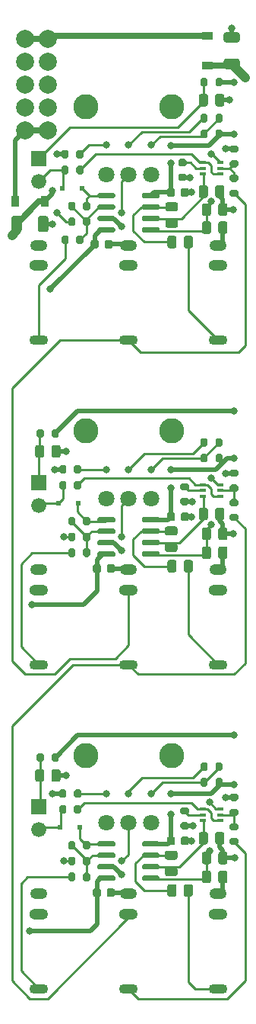
<source format=gbr>
G04 #@! TF.GenerationSoftware,KiCad,Pcbnew,5.1.9-73d0e3b20d~88~ubuntu20.04.1*
G04 #@! TF.CreationDate,2021-04-14T10:28:40-07:00*
G04 #@! TF.ProjectId,3xVCA,33785643-412e-46b6-9963-61645f706362,rev?*
G04 #@! TF.SameCoordinates,Original*
G04 #@! TF.FileFunction,Copper,L1,Top*
G04 #@! TF.FilePolarity,Positive*
%FSLAX46Y46*%
G04 Gerber Fmt 4.6, Leading zero omitted, Abs format (unit mm)*
G04 Created by KiCad (PCBNEW 5.1.9-73d0e3b20d~88~ubuntu20.04.1) date 2021-04-14 10:28:40*
%MOMM*%
%LPD*%
G01*
G04 APERTURE LIST*
G04 #@! TA.AperFunction,SMDPad,CuDef*
%ADD10R,0.500000X0.500000*%
G04 #@! TD*
G04 #@! TA.AperFunction,SMDPad,CuDef*
%ADD11R,0.650000X0.400000*%
G04 #@! TD*
G04 #@! TA.AperFunction,ComponentPad*
%ADD12C,1.676400*%
G04 #@! TD*
G04 #@! TA.AperFunction,ComponentPad*
%ADD13R,1.676400X1.676400*%
G04 #@! TD*
G04 #@! TA.AperFunction,SMDPad,CuDef*
%ADD14R,0.900000X1.200000*%
G04 #@! TD*
G04 #@! TA.AperFunction,SMDPad,CuDef*
%ADD15R,1.200000X0.900000*%
G04 #@! TD*
G04 #@! TA.AperFunction,ComponentPad*
%ADD16O,1.900000X1.200000*%
G04 #@! TD*
G04 #@! TA.AperFunction,ComponentPad*
%ADD17O,2.100000X1.200000*%
G04 #@! TD*
G04 #@! TA.AperFunction,ComponentPad*
%ADD18O,2.100000X1.100000*%
G04 #@! TD*
G04 #@! TA.AperFunction,ComponentPad*
%ADD19C,2.800000*%
G04 #@! TD*
G04 #@! TA.AperFunction,ComponentPad*
%ADD20C,1.800000*%
G04 #@! TD*
G04 #@! TA.AperFunction,ComponentPad*
%ADD21C,2.000000*%
G04 #@! TD*
G04 #@! TA.AperFunction,ViaPad*
%ADD22C,0.800000*%
G04 #@! TD*
G04 #@! TA.AperFunction,Conductor*
%ADD23C,0.250000*%
G04 #@! TD*
G04 #@! TA.AperFunction,Conductor*
%ADD24C,0.500000*%
G04 #@! TD*
G04 #@! TA.AperFunction,Conductor*
%ADD25C,0.700000*%
G04 #@! TD*
G04 #@! TA.AperFunction,Conductor*
%ADD26C,1.000000*%
G04 #@! TD*
G04 APERTURE END LIST*
D10*
X6400000Y20000000D03*
X8600000Y20000000D03*
X6150000Y56000000D03*
X8350000Y56000000D03*
X6650000Y91000000D03*
X8850000Y91000000D03*
G04 #@! TA.AperFunction,SMDPad,CuDef*
G36*
G01*
X19250002Y88400000D02*
X18349998Y88400000D01*
G75*
G02*
X18100000Y88649998I0J249998D01*
G01*
X18100000Y89175002D01*
G75*
G02*
X18349998Y89425000I249998J0D01*
G01*
X19250002Y89425000D01*
G75*
G02*
X19500000Y89175002I0J-249998D01*
G01*
X19500000Y88649998D01*
G75*
G02*
X19250002Y88400000I-249998J0D01*
G01*
G37*
G04 #@! TD.AperFunction*
G04 #@! TA.AperFunction,SMDPad,CuDef*
G36*
G01*
X19250002Y86575000D02*
X18349998Y86575000D01*
G75*
G02*
X18100000Y86824998I0J249998D01*
G01*
X18100000Y87350002D01*
G75*
G02*
X18349998Y87600000I249998J0D01*
G01*
X19250002Y87600000D01*
G75*
G02*
X19500000Y87350002I0J-249998D01*
G01*
X19500000Y86824998D01*
G75*
G02*
X19250002Y86575000I-249998J0D01*
G01*
G37*
G04 #@! TD.AperFunction*
G04 #@! TA.AperFunction,SMDPad,CuDef*
G36*
G01*
X23200000Y87050002D02*
X23200000Y86149998D01*
G75*
G02*
X22950002Y85900000I-249998J0D01*
G01*
X22424998Y85900000D01*
G75*
G02*
X22175000Y86149998I0J249998D01*
G01*
X22175000Y87050002D01*
G75*
G02*
X22424998Y87300000I249998J0D01*
G01*
X22950002Y87300000D01*
G75*
G02*
X23200000Y87050002I0J-249998D01*
G01*
G37*
G04 #@! TD.AperFunction*
G04 #@! TA.AperFunction,SMDPad,CuDef*
G36*
G01*
X25025000Y87050002D02*
X25025000Y86149998D01*
G75*
G02*
X24775002Y85900000I-249998J0D01*
G01*
X24249998Y85900000D01*
G75*
G02*
X24000000Y86149998I0J249998D01*
G01*
X24000000Y87050002D01*
G75*
G02*
X24249998Y87300000I249998J0D01*
G01*
X24775002Y87300000D01*
G75*
G02*
X25025000Y87050002I0J-249998D01*
G01*
G37*
G04 #@! TD.AperFunction*
G04 #@! TA.AperFunction,SMDPad,CuDef*
G36*
G01*
X23200000Y14950002D02*
X23200000Y14049998D01*
G75*
G02*
X22950002Y13800000I-249998J0D01*
G01*
X22424998Y13800000D01*
G75*
G02*
X22175000Y14049998I0J249998D01*
G01*
X22175000Y14950002D01*
G75*
G02*
X22424998Y15200000I249998J0D01*
G01*
X22950002Y15200000D01*
G75*
G02*
X23200000Y14950002I0J-249998D01*
G01*
G37*
G04 #@! TD.AperFunction*
G04 #@! TA.AperFunction,SMDPad,CuDef*
G36*
G01*
X25025000Y14950002D02*
X25025000Y14049998D01*
G75*
G02*
X24775002Y13800000I-249998J0D01*
G01*
X24249998Y13800000D01*
G75*
G02*
X24000000Y14049998I0J249998D01*
G01*
X24000000Y14950002D01*
G75*
G02*
X24249998Y15200000I249998J0D01*
G01*
X24775002Y15200000D01*
G75*
G02*
X25025000Y14950002I0J-249998D01*
G01*
G37*
G04 #@! TD.AperFunction*
G04 #@! TA.AperFunction,SMDPad,CuDef*
G36*
G01*
X19200002Y16400000D02*
X18299998Y16400000D01*
G75*
G02*
X18050000Y16649998I0J249998D01*
G01*
X18050000Y17175002D01*
G75*
G02*
X18299998Y17425000I249998J0D01*
G01*
X19200002Y17425000D01*
G75*
G02*
X19450000Y17175002I0J-249998D01*
G01*
X19450000Y16649998D01*
G75*
G02*
X19200002Y16400000I-249998J0D01*
G01*
G37*
G04 #@! TD.AperFunction*
G04 #@! TA.AperFunction,SMDPad,CuDef*
G36*
G01*
X19200002Y14575000D02*
X18299998Y14575000D01*
G75*
G02*
X18050000Y14824998I0J249998D01*
G01*
X18050000Y15350002D01*
G75*
G02*
X18299998Y15600000I249998J0D01*
G01*
X19200002Y15600000D01*
G75*
G02*
X19450000Y15350002I0J-249998D01*
G01*
X19450000Y14824998D01*
G75*
G02*
X19200002Y14575000I-249998J0D01*
G01*
G37*
G04 #@! TD.AperFunction*
G04 #@! TA.AperFunction,SMDPad,CuDef*
G36*
G01*
X23200000Y50950002D02*
X23200000Y50049998D01*
G75*
G02*
X22950002Y49800000I-249998J0D01*
G01*
X22424998Y49800000D01*
G75*
G02*
X22175000Y50049998I0J249998D01*
G01*
X22175000Y50950002D01*
G75*
G02*
X22424998Y51200000I249998J0D01*
G01*
X22950002Y51200000D01*
G75*
G02*
X23200000Y50950002I0J-249998D01*
G01*
G37*
G04 #@! TD.AperFunction*
G04 #@! TA.AperFunction,SMDPad,CuDef*
G36*
G01*
X25025000Y50950002D02*
X25025000Y50049998D01*
G75*
G02*
X24775002Y49800000I-249998J0D01*
G01*
X24249998Y49800000D01*
G75*
G02*
X24000000Y50049998I0J249998D01*
G01*
X24000000Y50950002D01*
G75*
G02*
X24249998Y51200000I249998J0D01*
G01*
X24775002Y51200000D01*
G75*
G02*
X25025000Y50950002I0J-249998D01*
G01*
G37*
G04 #@! TD.AperFunction*
G04 #@! TA.AperFunction,SMDPad,CuDef*
G36*
G01*
X19200002Y52400000D02*
X18299998Y52400000D01*
G75*
G02*
X18050000Y52649998I0J249998D01*
G01*
X18050000Y53175002D01*
G75*
G02*
X18299998Y53425000I249998J0D01*
G01*
X19200002Y53425000D01*
G75*
G02*
X19450000Y53175002I0J-249998D01*
G01*
X19450000Y52649998D01*
G75*
G02*
X19200002Y52400000I-249998J0D01*
G01*
G37*
G04 #@! TD.AperFunction*
G04 #@! TA.AperFunction,SMDPad,CuDef*
G36*
G01*
X19200002Y50575000D02*
X18299998Y50575000D01*
G75*
G02*
X18050000Y50824998I0J249998D01*
G01*
X18050000Y51350002D01*
G75*
G02*
X18299998Y51600000I249998J0D01*
G01*
X19200002Y51600000D01*
G75*
G02*
X19450000Y51350002I0J-249998D01*
G01*
X19450000Y50824998D01*
G75*
G02*
X19200002Y50575000I-249998J0D01*
G01*
G37*
G04 #@! TD.AperFunction*
G04 #@! TA.AperFunction,SMDPad,CuDef*
G36*
G01*
X23200000Y17050002D02*
X23200000Y16149998D01*
G75*
G02*
X22950002Y15900000I-249998J0D01*
G01*
X22424998Y15900000D01*
G75*
G02*
X22175000Y16149998I0J249998D01*
G01*
X22175000Y17050002D01*
G75*
G02*
X22424998Y17300000I249998J0D01*
G01*
X22950002Y17300000D01*
G75*
G02*
X23200000Y17050002I0J-249998D01*
G01*
G37*
G04 #@! TD.AperFunction*
G04 #@! TA.AperFunction,SMDPad,CuDef*
G36*
G01*
X25025000Y17050002D02*
X25025000Y16149998D01*
G75*
G02*
X24775002Y15900000I-249998J0D01*
G01*
X24249998Y15900000D01*
G75*
G02*
X24000000Y16149998I0J249998D01*
G01*
X24000000Y17050002D01*
G75*
G02*
X24249998Y17300000I249998J0D01*
G01*
X24775002Y17300000D01*
G75*
G02*
X25025000Y17050002I0J-249998D01*
G01*
G37*
G04 #@! TD.AperFunction*
G04 #@! TA.AperFunction,SMDPad,CuDef*
G36*
G01*
X23650000Y18349998D02*
X23650000Y19250002D01*
G75*
G02*
X23899998Y19500000I249998J0D01*
G01*
X24425002Y19500000D01*
G75*
G02*
X24675000Y19250002I0J-249998D01*
G01*
X24675000Y18349998D01*
G75*
G02*
X24425002Y18100000I-249998J0D01*
G01*
X23899998Y18100000D01*
G75*
G02*
X23650000Y18349998I0J249998D01*
G01*
G37*
G04 #@! TD.AperFunction*
G04 #@! TA.AperFunction,SMDPad,CuDef*
G36*
G01*
X21825000Y18349998D02*
X21825000Y19250002D01*
G75*
G02*
X22074998Y19500000I249998J0D01*
G01*
X22600002Y19500000D01*
G75*
G02*
X22850000Y19250002I0J-249998D01*
G01*
X22850000Y18349998D01*
G75*
G02*
X22600002Y18100000I-249998J0D01*
G01*
X22074998Y18100000D01*
G75*
G02*
X21825000Y18349998I0J249998D01*
G01*
G37*
G04 #@! TD.AperFunction*
G04 #@! TA.AperFunction,SMDPad,CuDef*
G36*
G01*
X23200000Y53050002D02*
X23200000Y52149998D01*
G75*
G02*
X22950002Y51900000I-249998J0D01*
G01*
X22424998Y51900000D01*
G75*
G02*
X22175000Y52149998I0J249998D01*
G01*
X22175000Y53050002D01*
G75*
G02*
X22424998Y53300000I249998J0D01*
G01*
X22950002Y53300000D01*
G75*
G02*
X23200000Y53050002I0J-249998D01*
G01*
G37*
G04 #@! TD.AperFunction*
G04 #@! TA.AperFunction,SMDPad,CuDef*
G36*
G01*
X25025000Y53050002D02*
X25025000Y52149998D01*
G75*
G02*
X24775002Y51900000I-249998J0D01*
G01*
X24249998Y51900000D01*
G75*
G02*
X24000000Y52149998I0J249998D01*
G01*
X24000000Y53050002D01*
G75*
G02*
X24249998Y53300000I249998J0D01*
G01*
X24775002Y53300000D01*
G75*
G02*
X25025000Y53050002I0J-249998D01*
G01*
G37*
G04 #@! TD.AperFunction*
G04 #@! TA.AperFunction,SMDPad,CuDef*
G36*
G01*
X23650000Y54349998D02*
X23650000Y55250002D01*
G75*
G02*
X23899998Y55500000I249998J0D01*
G01*
X24425002Y55500000D01*
G75*
G02*
X24675000Y55250002I0J-249998D01*
G01*
X24675000Y54349998D01*
G75*
G02*
X24425002Y54100000I-249998J0D01*
G01*
X23899998Y54100000D01*
G75*
G02*
X23650000Y54349998I0J249998D01*
G01*
G37*
G04 #@! TD.AperFunction*
G04 #@! TA.AperFunction,SMDPad,CuDef*
G36*
G01*
X21825000Y54349998D02*
X21825000Y55250002D01*
G75*
G02*
X22074998Y55500000I249998J0D01*
G01*
X22600002Y55500000D01*
G75*
G02*
X22850000Y55250002I0J-249998D01*
G01*
X22850000Y54349998D01*
G75*
G02*
X22600002Y54100000I-249998J0D01*
G01*
X22074998Y54100000D01*
G75*
G02*
X21825000Y54349998I0J249998D01*
G01*
G37*
G04 #@! TD.AperFunction*
G04 #@! TA.AperFunction,SMDPad,CuDef*
G36*
G01*
X23200000Y89050002D02*
X23200000Y88149998D01*
G75*
G02*
X22950002Y87900000I-249998J0D01*
G01*
X22424998Y87900000D01*
G75*
G02*
X22175000Y88149998I0J249998D01*
G01*
X22175000Y89050002D01*
G75*
G02*
X22424998Y89300000I249998J0D01*
G01*
X22950002Y89300000D01*
G75*
G02*
X23200000Y89050002I0J-249998D01*
G01*
G37*
G04 #@! TD.AperFunction*
G04 #@! TA.AperFunction,SMDPad,CuDef*
G36*
G01*
X25025000Y89050002D02*
X25025000Y88149998D01*
G75*
G02*
X24775002Y87900000I-249998J0D01*
G01*
X24249998Y87900000D01*
G75*
G02*
X24000000Y88149998I0J249998D01*
G01*
X24000000Y89050002D01*
G75*
G02*
X24249998Y89300000I249998J0D01*
G01*
X24775002Y89300000D01*
G75*
G02*
X25025000Y89050002I0J-249998D01*
G01*
G37*
G04 #@! TD.AperFunction*
G04 #@! TA.AperFunction,SMDPad,CuDef*
G36*
G01*
X23650000Y90149998D02*
X23650000Y91050002D01*
G75*
G02*
X23899998Y91300000I249998J0D01*
G01*
X24425002Y91300000D01*
G75*
G02*
X24675000Y91050002I0J-249998D01*
G01*
X24675000Y90149998D01*
G75*
G02*
X24425002Y89900000I-249998J0D01*
G01*
X23899998Y89900000D01*
G75*
G02*
X23650000Y90149998I0J249998D01*
G01*
G37*
G04 #@! TD.AperFunction*
G04 #@! TA.AperFunction,SMDPad,CuDef*
G36*
G01*
X21825000Y90149998D02*
X21825000Y91050002D01*
G75*
G02*
X22074998Y91300000I249998J0D01*
G01*
X22600002Y91300000D01*
G75*
G02*
X22850000Y91050002I0J-249998D01*
G01*
X22850000Y90149998D01*
G75*
G02*
X22600002Y89900000I-249998J0D01*
G01*
X22074998Y89900000D01*
G75*
G02*
X21825000Y90149998I0J249998D01*
G01*
G37*
G04 #@! TD.AperFunction*
G04 #@! TA.AperFunction,SMDPad,CuDef*
G36*
G01*
X23675000Y24725000D02*
X23675000Y25275000D01*
G75*
G02*
X23875000Y25475000I200000J0D01*
G01*
X24275000Y25475000D01*
G75*
G02*
X24475000Y25275000I0J-200000D01*
G01*
X24475000Y24725000D01*
G75*
G02*
X24275000Y24525000I-200000J0D01*
G01*
X23875000Y24525000D01*
G75*
G02*
X23675000Y24725000I0J200000D01*
G01*
G37*
G04 #@! TD.AperFunction*
G04 #@! TA.AperFunction,SMDPad,CuDef*
G36*
G01*
X22025000Y24725000D02*
X22025000Y25275000D01*
G75*
G02*
X22225000Y25475000I200000J0D01*
G01*
X22625000Y25475000D01*
G75*
G02*
X22825000Y25275000I0J-200000D01*
G01*
X22825000Y24725000D01*
G75*
G02*
X22625000Y24525000I-200000J0D01*
G01*
X22225000Y24525000D01*
G75*
G02*
X22025000Y24725000I0J200000D01*
G01*
G37*
G04 #@! TD.AperFunction*
D11*
X24200000Y22050000D03*
X24200000Y20750000D03*
X22300000Y21400000D03*
X24200000Y21400000D03*
X22300000Y20750000D03*
X22300000Y22050000D03*
X24200000Y58050000D03*
X24200000Y56750000D03*
X22300000Y57400000D03*
X24200000Y57400000D03*
X22300000Y56750000D03*
X22300000Y58050000D03*
X24200000Y93850000D03*
X24200000Y92550000D03*
X22300000Y93200000D03*
X24200000Y93200000D03*
X22300000Y92550000D03*
X22300000Y93850000D03*
D12*
X4000000Y91730000D03*
D13*
X4000000Y94270000D03*
D12*
X4000000Y55730000D03*
D13*
X4000000Y58270000D03*
D12*
X4000000Y19730000D03*
D13*
X4000000Y22270000D03*
G04 #@! TA.AperFunction,SMDPad,CuDef*
G36*
G01*
X7925000Y21725000D02*
X7925000Y22275000D01*
G75*
G02*
X8125000Y22475000I200000J0D01*
G01*
X8525000Y22475000D01*
G75*
G02*
X8725000Y22275000I0J-200000D01*
G01*
X8725000Y21725000D01*
G75*
G02*
X8525000Y21525000I-200000J0D01*
G01*
X8125000Y21525000D01*
G75*
G02*
X7925000Y21725000I0J200000D01*
G01*
G37*
G04 #@! TD.AperFunction*
G04 #@! TA.AperFunction,SMDPad,CuDef*
G36*
G01*
X6275000Y21725000D02*
X6275000Y22275000D01*
G75*
G02*
X6475000Y22475000I200000J0D01*
G01*
X6875000Y22475000D01*
G75*
G02*
X7075000Y22275000I0J-200000D01*
G01*
X7075000Y21725000D01*
G75*
G02*
X6875000Y21525000I-200000J0D01*
G01*
X6475000Y21525000D01*
G75*
G02*
X6275000Y21725000I0J200000D01*
G01*
G37*
G04 #@! TD.AperFunction*
G04 #@! TA.AperFunction,SMDPad,CuDef*
G36*
G01*
X15500000Y54005000D02*
X15500000Y54305000D01*
G75*
G02*
X15650000Y54455000I150000J0D01*
G01*
X17300000Y54455000D01*
G75*
G02*
X17450000Y54305000I0J-150000D01*
G01*
X17450000Y54005000D01*
G75*
G02*
X17300000Y53855000I-150000J0D01*
G01*
X15650000Y53855000D01*
G75*
G02*
X15500000Y54005000I0J150000D01*
G01*
G37*
G04 #@! TD.AperFunction*
G04 #@! TA.AperFunction,SMDPad,CuDef*
G36*
G01*
X15500000Y52735000D02*
X15500000Y53035000D01*
G75*
G02*
X15650000Y53185000I150000J0D01*
G01*
X17300000Y53185000D01*
G75*
G02*
X17450000Y53035000I0J-150000D01*
G01*
X17450000Y52735000D01*
G75*
G02*
X17300000Y52585000I-150000J0D01*
G01*
X15650000Y52585000D01*
G75*
G02*
X15500000Y52735000I0J150000D01*
G01*
G37*
G04 #@! TD.AperFunction*
G04 #@! TA.AperFunction,SMDPad,CuDef*
G36*
G01*
X15500000Y51465000D02*
X15500000Y51765000D01*
G75*
G02*
X15650000Y51915000I150000J0D01*
G01*
X17300000Y51915000D01*
G75*
G02*
X17450000Y51765000I0J-150000D01*
G01*
X17450000Y51465000D01*
G75*
G02*
X17300000Y51315000I-150000J0D01*
G01*
X15650000Y51315000D01*
G75*
G02*
X15500000Y51465000I0J150000D01*
G01*
G37*
G04 #@! TD.AperFunction*
G04 #@! TA.AperFunction,SMDPad,CuDef*
G36*
G01*
X15500000Y50195000D02*
X15500000Y50495000D01*
G75*
G02*
X15650000Y50645000I150000J0D01*
G01*
X17300000Y50645000D01*
G75*
G02*
X17450000Y50495000I0J-150000D01*
G01*
X17450000Y50195000D01*
G75*
G02*
X17300000Y50045000I-150000J0D01*
G01*
X15650000Y50045000D01*
G75*
G02*
X15500000Y50195000I0J150000D01*
G01*
G37*
G04 #@! TD.AperFunction*
G04 #@! TA.AperFunction,SMDPad,CuDef*
G36*
G01*
X10550000Y50195000D02*
X10550000Y50495000D01*
G75*
G02*
X10700000Y50645000I150000J0D01*
G01*
X12350000Y50645000D01*
G75*
G02*
X12500000Y50495000I0J-150000D01*
G01*
X12500000Y50195000D01*
G75*
G02*
X12350000Y50045000I-150000J0D01*
G01*
X10700000Y50045000D01*
G75*
G02*
X10550000Y50195000I0J150000D01*
G01*
G37*
G04 #@! TD.AperFunction*
G04 #@! TA.AperFunction,SMDPad,CuDef*
G36*
G01*
X10550000Y51465000D02*
X10550000Y51765000D01*
G75*
G02*
X10700000Y51915000I150000J0D01*
G01*
X12350000Y51915000D01*
G75*
G02*
X12500000Y51765000I0J-150000D01*
G01*
X12500000Y51465000D01*
G75*
G02*
X12350000Y51315000I-150000J0D01*
G01*
X10700000Y51315000D01*
G75*
G02*
X10550000Y51465000I0J150000D01*
G01*
G37*
G04 #@! TD.AperFunction*
G04 #@! TA.AperFunction,SMDPad,CuDef*
G36*
G01*
X10550000Y52735000D02*
X10550000Y53035000D01*
G75*
G02*
X10700000Y53185000I150000J0D01*
G01*
X12350000Y53185000D01*
G75*
G02*
X12500000Y53035000I0J-150000D01*
G01*
X12500000Y52735000D01*
G75*
G02*
X12350000Y52585000I-150000J0D01*
G01*
X10700000Y52585000D01*
G75*
G02*
X10550000Y52735000I0J150000D01*
G01*
G37*
G04 #@! TD.AperFunction*
G04 #@! TA.AperFunction,SMDPad,CuDef*
G36*
G01*
X10550000Y54005000D02*
X10550000Y54305000D01*
G75*
G02*
X10700000Y54455000I150000J0D01*
G01*
X12350000Y54455000D01*
G75*
G02*
X12500000Y54305000I0J-150000D01*
G01*
X12500000Y54005000D01*
G75*
G02*
X12350000Y53855000I-150000J0D01*
G01*
X10700000Y53855000D01*
G75*
G02*
X10550000Y54005000I0J150000D01*
G01*
G37*
G04 #@! TD.AperFunction*
G04 #@! TA.AperFunction,SMDPad,CuDef*
G36*
G01*
X15500000Y18005000D02*
X15500000Y18305000D01*
G75*
G02*
X15650000Y18455000I150000J0D01*
G01*
X17300000Y18455000D01*
G75*
G02*
X17450000Y18305000I0J-150000D01*
G01*
X17450000Y18005000D01*
G75*
G02*
X17300000Y17855000I-150000J0D01*
G01*
X15650000Y17855000D01*
G75*
G02*
X15500000Y18005000I0J150000D01*
G01*
G37*
G04 #@! TD.AperFunction*
G04 #@! TA.AperFunction,SMDPad,CuDef*
G36*
G01*
X15500000Y16735000D02*
X15500000Y17035000D01*
G75*
G02*
X15650000Y17185000I150000J0D01*
G01*
X17300000Y17185000D01*
G75*
G02*
X17450000Y17035000I0J-150000D01*
G01*
X17450000Y16735000D01*
G75*
G02*
X17300000Y16585000I-150000J0D01*
G01*
X15650000Y16585000D01*
G75*
G02*
X15500000Y16735000I0J150000D01*
G01*
G37*
G04 #@! TD.AperFunction*
G04 #@! TA.AperFunction,SMDPad,CuDef*
G36*
G01*
X15500000Y15465000D02*
X15500000Y15765000D01*
G75*
G02*
X15650000Y15915000I150000J0D01*
G01*
X17300000Y15915000D01*
G75*
G02*
X17450000Y15765000I0J-150000D01*
G01*
X17450000Y15465000D01*
G75*
G02*
X17300000Y15315000I-150000J0D01*
G01*
X15650000Y15315000D01*
G75*
G02*
X15500000Y15465000I0J150000D01*
G01*
G37*
G04 #@! TD.AperFunction*
G04 #@! TA.AperFunction,SMDPad,CuDef*
G36*
G01*
X15500000Y14195000D02*
X15500000Y14495000D01*
G75*
G02*
X15650000Y14645000I150000J0D01*
G01*
X17300000Y14645000D01*
G75*
G02*
X17450000Y14495000I0J-150000D01*
G01*
X17450000Y14195000D01*
G75*
G02*
X17300000Y14045000I-150000J0D01*
G01*
X15650000Y14045000D01*
G75*
G02*
X15500000Y14195000I0J150000D01*
G01*
G37*
G04 #@! TD.AperFunction*
G04 #@! TA.AperFunction,SMDPad,CuDef*
G36*
G01*
X10550000Y14195000D02*
X10550000Y14495000D01*
G75*
G02*
X10700000Y14645000I150000J0D01*
G01*
X12350000Y14645000D01*
G75*
G02*
X12500000Y14495000I0J-150000D01*
G01*
X12500000Y14195000D01*
G75*
G02*
X12350000Y14045000I-150000J0D01*
G01*
X10700000Y14045000D01*
G75*
G02*
X10550000Y14195000I0J150000D01*
G01*
G37*
G04 #@! TD.AperFunction*
G04 #@! TA.AperFunction,SMDPad,CuDef*
G36*
G01*
X10550000Y15465000D02*
X10550000Y15765000D01*
G75*
G02*
X10700000Y15915000I150000J0D01*
G01*
X12350000Y15915000D01*
G75*
G02*
X12500000Y15765000I0J-150000D01*
G01*
X12500000Y15465000D01*
G75*
G02*
X12350000Y15315000I-150000J0D01*
G01*
X10700000Y15315000D01*
G75*
G02*
X10550000Y15465000I0J150000D01*
G01*
G37*
G04 #@! TD.AperFunction*
G04 #@! TA.AperFunction,SMDPad,CuDef*
G36*
G01*
X10550000Y16735000D02*
X10550000Y17035000D01*
G75*
G02*
X10700000Y17185000I150000J0D01*
G01*
X12350000Y17185000D01*
G75*
G02*
X12500000Y17035000I0J-150000D01*
G01*
X12500000Y16735000D01*
G75*
G02*
X12350000Y16585000I-150000J0D01*
G01*
X10700000Y16585000D01*
G75*
G02*
X10550000Y16735000I0J150000D01*
G01*
G37*
G04 #@! TD.AperFunction*
G04 #@! TA.AperFunction,SMDPad,CuDef*
G36*
G01*
X10550000Y18005000D02*
X10550000Y18305000D01*
G75*
G02*
X10700000Y18455000I150000J0D01*
G01*
X12350000Y18455000D01*
G75*
G02*
X12500000Y18305000I0J-150000D01*
G01*
X12500000Y18005000D01*
G75*
G02*
X12350000Y17855000I-150000J0D01*
G01*
X10700000Y17855000D01*
G75*
G02*
X10550000Y18005000I0J150000D01*
G01*
G37*
G04 #@! TD.AperFunction*
G04 #@! TA.AperFunction,SMDPad,CuDef*
G36*
G01*
X15500000Y90005000D02*
X15500000Y90305000D01*
G75*
G02*
X15650000Y90455000I150000J0D01*
G01*
X17300000Y90455000D01*
G75*
G02*
X17450000Y90305000I0J-150000D01*
G01*
X17450000Y90005000D01*
G75*
G02*
X17300000Y89855000I-150000J0D01*
G01*
X15650000Y89855000D01*
G75*
G02*
X15500000Y90005000I0J150000D01*
G01*
G37*
G04 #@! TD.AperFunction*
G04 #@! TA.AperFunction,SMDPad,CuDef*
G36*
G01*
X15500000Y88735000D02*
X15500000Y89035000D01*
G75*
G02*
X15650000Y89185000I150000J0D01*
G01*
X17300000Y89185000D01*
G75*
G02*
X17450000Y89035000I0J-150000D01*
G01*
X17450000Y88735000D01*
G75*
G02*
X17300000Y88585000I-150000J0D01*
G01*
X15650000Y88585000D01*
G75*
G02*
X15500000Y88735000I0J150000D01*
G01*
G37*
G04 #@! TD.AperFunction*
G04 #@! TA.AperFunction,SMDPad,CuDef*
G36*
G01*
X15500000Y87465000D02*
X15500000Y87765000D01*
G75*
G02*
X15650000Y87915000I150000J0D01*
G01*
X17300000Y87915000D01*
G75*
G02*
X17450000Y87765000I0J-150000D01*
G01*
X17450000Y87465000D01*
G75*
G02*
X17300000Y87315000I-150000J0D01*
G01*
X15650000Y87315000D01*
G75*
G02*
X15500000Y87465000I0J150000D01*
G01*
G37*
G04 #@! TD.AperFunction*
G04 #@! TA.AperFunction,SMDPad,CuDef*
G36*
G01*
X15500000Y86195000D02*
X15500000Y86495000D01*
G75*
G02*
X15650000Y86645000I150000J0D01*
G01*
X17300000Y86645000D01*
G75*
G02*
X17450000Y86495000I0J-150000D01*
G01*
X17450000Y86195000D01*
G75*
G02*
X17300000Y86045000I-150000J0D01*
G01*
X15650000Y86045000D01*
G75*
G02*
X15500000Y86195000I0J150000D01*
G01*
G37*
G04 #@! TD.AperFunction*
G04 #@! TA.AperFunction,SMDPad,CuDef*
G36*
G01*
X10550000Y86195000D02*
X10550000Y86495000D01*
G75*
G02*
X10700000Y86645000I150000J0D01*
G01*
X12350000Y86645000D01*
G75*
G02*
X12500000Y86495000I0J-150000D01*
G01*
X12500000Y86195000D01*
G75*
G02*
X12350000Y86045000I-150000J0D01*
G01*
X10700000Y86045000D01*
G75*
G02*
X10550000Y86195000I0J150000D01*
G01*
G37*
G04 #@! TD.AperFunction*
G04 #@! TA.AperFunction,SMDPad,CuDef*
G36*
G01*
X10550000Y87465000D02*
X10550000Y87765000D01*
G75*
G02*
X10700000Y87915000I150000J0D01*
G01*
X12350000Y87915000D01*
G75*
G02*
X12500000Y87765000I0J-150000D01*
G01*
X12500000Y87465000D01*
G75*
G02*
X12350000Y87315000I-150000J0D01*
G01*
X10700000Y87315000D01*
G75*
G02*
X10550000Y87465000I0J150000D01*
G01*
G37*
G04 #@! TD.AperFunction*
G04 #@! TA.AperFunction,SMDPad,CuDef*
G36*
G01*
X10550000Y88735000D02*
X10550000Y89035000D01*
G75*
G02*
X10700000Y89185000I150000J0D01*
G01*
X12350000Y89185000D01*
G75*
G02*
X12500000Y89035000I0J-150000D01*
G01*
X12500000Y88735000D01*
G75*
G02*
X12350000Y88585000I-150000J0D01*
G01*
X10700000Y88585000D01*
G75*
G02*
X10550000Y88735000I0J150000D01*
G01*
G37*
G04 #@! TD.AperFunction*
G04 #@! TA.AperFunction,SMDPad,CuDef*
G36*
G01*
X10550000Y90005000D02*
X10550000Y90305000D01*
G75*
G02*
X10700000Y90455000I150000J0D01*
G01*
X12350000Y90455000D01*
G75*
G02*
X12500000Y90305000I0J-150000D01*
G01*
X12500000Y90005000D01*
G75*
G02*
X12350000Y89855000I-150000J0D01*
G01*
X10700000Y89855000D01*
G75*
G02*
X10550000Y90005000I0J150000D01*
G01*
G37*
G04 #@! TD.AperFunction*
G04 #@! TA.AperFunction,SMDPad,CuDef*
G36*
G01*
X20525000Y21425000D02*
X19975000Y21425000D01*
G75*
G02*
X19775000Y21625000I0J200000D01*
G01*
X19775000Y22025000D01*
G75*
G02*
X19975000Y22225000I200000J0D01*
G01*
X20525000Y22225000D01*
G75*
G02*
X20725000Y22025000I0J-200000D01*
G01*
X20725000Y21625000D01*
G75*
G02*
X20525000Y21425000I-200000J0D01*
G01*
G37*
G04 #@! TD.AperFunction*
G04 #@! TA.AperFunction,SMDPad,CuDef*
G36*
G01*
X20525000Y19775000D02*
X19975000Y19775000D01*
G75*
G02*
X19775000Y19975000I0J200000D01*
G01*
X19775000Y20375000D01*
G75*
G02*
X19975000Y20575000I200000J0D01*
G01*
X20525000Y20575000D01*
G75*
G02*
X20725000Y20375000I0J-200000D01*
G01*
X20725000Y19975000D01*
G75*
G02*
X20525000Y19775000I-200000J0D01*
G01*
G37*
G04 #@! TD.AperFunction*
G04 #@! TA.AperFunction,SMDPad,CuDef*
G36*
G01*
X25475000Y22075000D02*
X26025000Y22075000D01*
G75*
G02*
X26225000Y21875000I0J-200000D01*
G01*
X26225000Y21475000D01*
G75*
G02*
X26025000Y21275000I-200000J0D01*
G01*
X25475000Y21275000D01*
G75*
G02*
X25275000Y21475000I0J200000D01*
G01*
X25275000Y21875000D01*
G75*
G02*
X25475000Y22075000I200000J0D01*
G01*
G37*
G04 #@! TD.AperFunction*
G04 #@! TA.AperFunction,SMDPad,CuDef*
G36*
G01*
X25475000Y23725000D02*
X26025000Y23725000D01*
G75*
G02*
X26225000Y23525000I0J-200000D01*
G01*
X26225000Y23125000D01*
G75*
G02*
X26025000Y22925000I-200000J0D01*
G01*
X25475000Y22925000D01*
G75*
G02*
X25275000Y23125000I0J200000D01*
G01*
X25275000Y23525000D01*
G75*
G02*
X25475000Y23725000I200000J0D01*
G01*
G37*
G04 #@! TD.AperFunction*
G04 #@! TA.AperFunction,SMDPad,CuDef*
G36*
G01*
X5425000Y27475000D02*
X5425000Y28025000D01*
G75*
G02*
X5625000Y28225000I200000J0D01*
G01*
X6025000Y28225000D01*
G75*
G02*
X6225000Y28025000I0J-200000D01*
G01*
X6225000Y27475000D01*
G75*
G02*
X6025000Y27275000I-200000J0D01*
G01*
X5625000Y27275000D01*
G75*
G02*
X5425000Y27475000I0J200000D01*
G01*
G37*
G04 #@! TD.AperFunction*
G04 #@! TA.AperFunction,SMDPad,CuDef*
G36*
G01*
X3775000Y27475000D02*
X3775000Y28025000D01*
G75*
G02*
X3975000Y28225000I200000J0D01*
G01*
X4375000Y28225000D01*
G75*
G02*
X4575000Y28025000I0J-200000D01*
G01*
X4575000Y27475000D01*
G75*
G02*
X4375000Y27275000I-200000J0D01*
G01*
X3975000Y27275000D01*
G75*
G02*
X3775000Y27475000I0J200000D01*
G01*
G37*
G04 #@! TD.AperFunction*
G04 #@! TA.AperFunction,SMDPad,CuDef*
G36*
G01*
X5400000Y25299998D02*
X5400000Y26200002D01*
G75*
G02*
X5649998Y26450000I249998J0D01*
G01*
X6175002Y26450000D01*
G75*
G02*
X6425000Y26200002I0J-249998D01*
G01*
X6425000Y25299998D01*
G75*
G02*
X6175002Y25050000I-249998J0D01*
G01*
X5649998Y25050000D01*
G75*
G02*
X5400000Y25299998I0J249998D01*
G01*
G37*
G04 #@! TD.AperFunction*
G04 #@! TA.AperFunction,SMDPad,CuDef*
G36*
G01*
X3575000Y25299998D02*
X3575000Y26200002D01*
G75*
G02*
X3824998Y26450000I249998J0D01*
G01*
X4350002Y26450000D01*
G75*
G02*
X4600000Y26200002I0J-249998D01*
G01*
X4600000Y25299998D01*
G75*
G02*
X4350002Y25050000I-249998J0D01*
G01*
X3824998Y25050000D01*
G75*
G02*
X3575000Y25299998I0J249998D01*
G01*
G37*
G04 #@! TD.AperFunction*
G04 #@! TA.AperFunction,SMDPad,CuDef*
G36*
G01*
X25475000Y18825000D02*
X26025000Y18825000D01*
G75*
G02*
X26225000Y18625000I0J-200000D01*
G01*
X26225000Y18225000D01*
G75*
G02*
X26025000Y18025000I-200000J0D01*
G01*
X25475000Y18025000D01*
G75*
G02*
X25275000Y18225000I0J200000D01*
G01*
X25275000Y18625000D01*
G75*
G02*
X25475000Y18825000I200000J0D01*
G01*
G37*
G04 #@! TD.AperFunction*
G04 #@! TA.AperFunction,SMDPad,CuDef*
G36*
G01*
X25475000Y20475000D02*
X26025000Y20475000D01*
G75*
G02*
X26225000Y20275000I0J-200000D01*
G01*
X26225000Y19875000D01*
G75*
G02*
X26025000Y19675000I-200000J0D01*
G01*
X25475000Y19675000D01*
G75*
G02*
X25275000Y19875000I0J200000D01*
G01*
X25275000Y20275000D01*
G75*
G02*
X25475000Y20475000I200000J0D01*
G01*
G37*
G04 #@! TD.AperFunction*
G04 #@! TA.AperFunction,SMDPad,CuDef*
G36*
G01*
X8075000Y14775000D02*
X8075000Y14225000D01*
G75*
G02*
X7875000Y14025000I-200000J0D01*
G01*
X7475000Y14025000D01*
G75*
G02*
X7275000Y14225000I0J200000D01*
G01*
X7275000Y14775000D01*
G75*
G02*
X7475000Y14975000I200000J0D01*
G01*
X7875000Y14975000D01*
G75*
G02*
X8075000Y14775000I0J-200000D01*
G01*
G37*
G04 #@! TD.AperFunction*
G04 #@! TA.AperFunction,SMDPad,CuDef*
G36*
G01*
X9725000Y14775000D02*
X9725000Y14225000D01*
G75*
G02*
X9525000Y14025000I-200000J0D01*
G01*
X9125000Y14025000D01*
G75*
G02*
X8925000Y14225000I0J200000D01*
G01*
X8925000Y14775000D01*
G75*
G02*
X9125000Y14975000I200000J0D01*
G01*
X9525000Y14975000D01*
G75*
G02*
X9725000Y14775000I0J-200000D01*
G01*
G37*
G04 #@! TD.AperFunction*
G04 #@! TA.AperFunction,SMDPad,CuDef*
G36*
G01*
X8075000Y18275000D02*
X8075000Y17725000D01*
G75*
G02*
X7875000Y17525000I-200000J0D01*
G01*
X7475000Y17525000D01*
G75*
G02*
X7275000Y17725000I0J200000D01*
G01*
X7275000Y18275000D01*
G75*
G02*
X7475000Y18475000I200000J0D01*
G01*
X7875000Y18475000D01*
G75*
G02*
X8075000Y18275000I0J-200000D01*
G01*
G37*
G04 #@! TD.AperFunction*
G04 #@! TA.AperFunction,SMDPad,CuDef*
G36*
G01*
X9725000Y18275000D02*
X9725000Y17725000D01*
G75*
G02*
X9525000Y17525000I-200000J0D01*
G01*
X9125000Y17525000D01*
G75*
G02*
X8925000Y17725000I0J200000D01*
G01*
X8925000Y18275000D01*
G75*
G02*
X9125000Y18475000I200000J0D01*
G01*
X9525000Y18475000D01*
G75*
G02*
X9725000Y18275000I0J-200000D01*
G01*
G37*
G04 #@! TD.AperFunction*
G04 #@! TA.AperFunction,SMDPad,CuDef*
G36*
G01*
X7925000Y23475000D02*
X7925000Y24025000D01*
G75*
G02*
X8125000Y24225000I200000J0D01*
G01*
X8525000Y24225000D01*
G75*
G02*
X8725000Y24025000I0J-200000D01*
G01*
X8725000Y23475000D01*
G75*
G02*
X8525000Y23275000I-200000J0D01*
G01*
X8125000Y23275000D01*
G75*
G02*
X7925000Y23475000I0J200000D01*
G01*
G37*
G04 #@! TD.AperFunction*
G04 #@! TA.AperFunction,SMDPad,CuDef*
G36*
G01*
X6275000Y23475000D02*
X6275000Y24025000D01*
G75*
G02*
X6475000Y24225000I200000J0D01*
G01*
X6875000Y24225000D01*
G75*
G02*
X7075000Y24025000I0J-200000D01*
G01*
X7075000Y23475000D01*
G75*
G02*
X6875000Y23275000I-200000J0D01*
G01*
X6475000Y23275000D01*
G75*
G02*
X6275000Y23475000I0J200000D01*
G01*
G37*
G04 #@! TD.AperFunction*
G04 #@! TA.AperFunction,SMDPad,CuDef*
G36*
G01*
X20150000Y12549998D02*
X20150000Y13450002D01*
G75*
G02*
X20399998Y13700000I249998J0D01*
G01*
X20925002Y13700000D01*
G75*
G02*
X21175000Y13450002I0J-249998D01*
G01*
X21175000Y12549998D01*
G75*
G02*
X20925002Y12300000I-249998J0D01*
G01*
X20399998Y12300000D01*
G75*
G02*
X20150000Y12549998I0J249998D01*
G01*
G37*
G04 #@! TD.AperFunction*
G04 #@! TA.AperFunction,SMDPad,CuDef*
G36*
G01*
X18325000Y12549998D02*
X18325000Y13450002D01*
G75*
G02*
X18574998Y13700000I249998J0D01*
G01*
X19100002Y13700000D01*
G75*
G02*
X19350000Y13450002I0J-249998D01*
G01*
X19350000Y12549998D01*
G75*
G02*
X19100002Y12300000I-249998J0D01*
G01*
X18574998Y12300000D01*
G75*
G02*
X18325000Y12549998I0J249998D01*
G01*
G37*
G04 #@! TD.AperFunction*
G04 #@! TA.AperFunction,SMDPad,CuDef*
G36*
G01*
X8075000Y16525000D02*
X8075000Y15975000D01*
G75*
G02*
X7875000Y15775000I-200000J0D01*
G01*
X7475000Y15775000D01*
G75*
G02*
X7275000Y15975000I0J200000D01*
G01*
X7275000Y16525000D01*
G75*
G02*
X7475000Y16725000I200000J0D01*
G01*
X7875000Y16725000D01*
G75*
G02*
X8075000Y16525000I0J-200000D01*
G01*
G37*
G04 #@! TD.AperFunction*
G04 #@! TA.AperFunction,SMDPad,CuDef*
G36*
G01*
X9725000Y16525000D02*
X9725000Y15975000D01*
G75*
G02*
X9525000Y15775000I-200000J0D01*
G01*
X9125000Y15775000D01*
G75*
G02*
X8925000Y15975000I0J200000D01*
G01*
X8925000Y16525000D01*
G75*
G02*
X9125000Y16725000I200000J0D01*
G01*
X9525000Y16725000D01*
G75*
G02*
X9725000Y16525000I0J-200000D01*
G01*
G37*
G04 #@! TD.AperFunction*
G04 #@! TA.AperFunction,SMDPad,CuDef*
G36*
G01*
X22825000Y27025000D02*
X22825000Y26475000D01*
G75*
G02*
X22625000Y26275000I-200000J0D01*
G01*
X22225000Y26275000D01*
G75*
G02*
X22025000Y26475000I0J200000D01*
G01*
X22025000Y27025000D01*
G75*
G02*
X22225000Y27225000I200000J0D01*
G01*
X22625000Y27225000D01*
G75*
G02*
X22825000Y27025000I0J-200000D01*
G01*
G37*
G04 #@! TD.AperFunction*
G04 #@! TA.AperFunction,SMDPad,CuDef*
G36*
G01*
X24475000Y27025000D02*
X24475000Y26475000D01*
G75*
G02*
X24275000Y26275000I-200000J0D01*
G01*
X23875000Y26275000D01*
G75*
G02*
X23675000Y26475000I0J200000D01*
G01*
X23675000Y27025000D01*
G75*
G02*
X23875000Y27225000I200000J0D01*
G01*
X24275000Y27225000D01*
G75*
G02*
X24475000Y27025000I0J-200000D01*
G01*
G37*
G04 #@! TD.AperFunction*
G04 #@! TA.AperFunction,SMDPad,CuDef*
G36*
G01*
X7925000Y57725000D02*
X7925000Y58275000D01*
G75*
G02*
X8125000Y58475000I200000J0D01*
G01*
X8525000Y58475000D01*
G75*
G02*
X8725000Y58275000I0J-200000D01*
G01*
X8725000Y57725000D01*
G75*
G02*
X8525000Y57525000I-200000J0D01*
G01*
X8125000Y57525000D01*
G75*
G02*
X7925000Y57725000I0J200000D01*
G01*
G37*
G04 #@! TD.AperFunction*
G04 #@! TA.AperFunction,SMDPad,CuDef*
G36*
G01*
X6275000Y57725000D02*
X6275000Y58275000D01*
G75*
G02*
X6475000Y58475000I200000J0D01*
G01*
X6875000Y58475000D01*
G75*
G02*
X7075000Y58275000I0J-200000D01*
G01*
X7075000Y57725000D01*
G75*
G02*
X6875000Y57525000I-200000J0D01*
G01*
X6475000Y57525000D01*
G75*
G02*
X6275000Y57725000I0J200000D01*
G01*
G37*
G04 #@! TD.AperFunction*
G04 #@! TA.AperFunction,SMDPad,CuDef*
G36*
G01*
X20525000Y57425000D02*
X19975000Y57425000D01*
G75*
G02*
X19775000Y57625000I0J200000D01*
G01*
X19775000Y58025000D01*
G75*
G02*
X19975000Y58225000I200000J0D01*
G01*
X20525000Y58225000D01*
G75*
G02*
X20725000Y58025000I0J-200000D01*
G01*
X20725000Y57625000D01*
G75*
G02*
X20525000Y57425000I-200000J0D01*
G01*
G37*
G04 #@! TD.AperFunction*
G04 #@! TA.AperFunction,SMDPad,CuDef*
G36*
G01*
X20525000Y55775000D02*
X19975000Y55775000D01*
G75*
G02*
X19775000Y55975000I0J200000D01*
G01*
X19775000Y56375000D01*
G75*
G02*
X19975000Y56575000I200000J0D01*
G01*
X20525000Y56575000D01*
G75*
G02*
X20725000Y56375000I0J-200000D01*
G01*
X20725000Y55975000D01*
G75*
G02*
X20525000Y55775000I-200000J0D01*
G01*
G37*
G04 #@! TD.AperFunction*
G04 #@! TA.AperFunction,SMDPad,CuDef*
G36*
G01*
X25475000Y58075000D02*
X26025000Y58075000D01*
G75*
G02*
X26225000Y57875000I0J-200000D01*
G01*
X26225000Y57475000D01*
G75*
G02*
X26025000Y57275000I-200000J0D01*
G01*
X25475000Y57275000D01*
G75*
G02*
X25275000Y57475000I0J200000D01*
G01*
X25275000Y57875000D01*
G75*
G02*
X25475000Y58075000I200000J0D01*
G01*
G37*
G04 #@! TD.AperFunction*
G04 #@! TA.AperFunction,SMDPad,CuDef*
G36*
G01*
X25475000Y59725000D02*
X26025000Y59725000D01*
G75*
G02*
X26225000Y59525000I0J-200000D01*
G01*
X26225000Y59125000D01*
G75*
G02*
X26025000Y58925000I-200000J0D01*
G01*
X25475000Y58925000D01*
G75*
G02*
X25275000Y59125000I0J200000D01*
G01*
X25275000Y59525000D01*
G75*
G02*
X25475000Y59725000I200000J0D01*
G01*
G37*
G04 #@! TD.AperFunction*
G04 #@! TA.AperFunction,SMDPad,CuDef*
G36*
G01*
X5425000Y63475000D02*
X5425000Y64025000D01*
G75*
G02*
X5625000Y64225000I200000J0D01*
G01*
X6025000Y64225000D01*
G75*
G02*
X6225000Y64025000I0J-200000D01*
G01*
X6225000Y63475000D01*
G75*
G02*
X6025000Y63275000I-200000J0D01*
G01*
X5625000Y63275000D01*
G75*
G02*
X5425000Y63475000I0J200000D01*
G01*
G37*
G04 #@! TD.AperFunction*
G04 #@! TA.AperFunction,SMDPad,CuDef*
G36*
G01*
X3775000Y63475000D02*
X3775000Y64025000D01*
G75*
G02*
X3975000Y64225000I200000J0D01*
G01*
X4375000Y64225000D01*
G75*
G02*
X4575000Y64025000I0J-200000D01*
G01*
X4575000Y63475000D01*
G75*
G02*
X4375000Y63275000I-200000J0D01*
G01*
X3975000Y63275000D01*
G75*
G02*
X3775000Y63475000I0J200000D01*
G01*
G37*
G04 #@! TD.AperFunction*
G04 #@! TA.AperFunction,SMDPad,CuDef*
G36*
G01*
X5400000Y61299998D02*
X5400000Y62200002D01*
G75*
G02*
X5649998Y62450000I249998J0D01*
G01*
X6175002Y62450000D01*
G75*
G02*
X6425000Y62200002I0J-249998D01*
G01*
X6425000Y61299998D01*
G75*
G02*
X6175002Y61050000I-249998J0D01*
G01*
X5649998Y61050000D01*
G75*
G02*
X5400000Y61299998I0J249998D01*
G01*
G37*
G04 #@! TD.AperFunction*
G04 #@! TA.AperFunction,SMDPad,CuDef*
G36*
G01*
X3575000Y61299998D02*
X3575000Y62200002D01*
G75*
G02*
X3824998Y62450000I249998J0D01*
G01*
X4350002Y62450000D01*
G75*
G02*
X4600000Y62200002I0J-249998D01*
G01*
X4600000Y61299998D01*
G75*
G02*
X4350002Y61050000I-249998J0D01*
G01*
X3824998Y61050000D01*
G75*
G02*
X3575000Y61299998I0J249998D01*
G01*
G37*
G04 #@! TD.AperFunction*
G04 #@! TA.AperFunction,SMDPad,CuDef*
G36*
G01*
X25475000Y54825000D02*
X26025000Y54825000D01*
G75*
G02*
X26225000Y54625000I0J-200000D01*
G01*
X26225000Y54225000D01*
G75*
G02*
X26025000Y54025000I-200000J0D01*
G01*
X25475000Y54025000D01*
G75*
G02*
X25275000Y54225000I0J200000D01*
G01*
X25275000Y54625000D01*
G75*
G02*
X25475000Y54825000I200000J0D01*
G01*
G37*
G04 #@! TD.AperFunction*
G04 #@! TA.AperFunction,SMDPad,CuDef*
G36*
G01*
X25475000Y56475000D02*
X26025000Y56475000D01*
G75*
G02*
X26225000Y56275000I0J-200000D01*
G01*
X26225000Y55875000D01*
G75*
G02*
X26025000Y55675000I-200000J0D01*
G01*
X25475000Y55675000D01*
G75*
G02*
X25275000Y55875000I0J200000D01*
G01*
X25275000Y56275000D01*
G75*
G02*
X25475000Y56475000I200000J0D01*
G01*
G37*
G04 #@! TD.AperFunction*
G04 #@! TA.AperFunction,SMDPad,CuDef*
G36*
G01*
X8075000Y50775000D02*
X8075000Y50225000D01*
G75*
G02*
X7875000Y50025000I-200000J0D01*
G01*
X7475000Y50025000D01*
G75*
G02*
X7275000Y50225000I0J200000D01*
G01*
X7275000Y50775000D01*
G75*
G02*
X7475000Y50975000I200000J0D01*
G01*
X7875000Y50975000D01*
G75*
G02*
X8075000Y50775000I0J-200000D01*
G01*
G37*
G04 #@! TD.AperFunction*
G04 #@! TA.AperFunction,SMDPad,CuDef*
G36*
G01*
X9725000Y50775000D02*
X9725000Y50225000D01*
G75*
G02*
X9525000Y50025000I-200000J0D01*
G01*
X9125000Y50025000D01*
G75*
G02*
X8925000Y50225000I0J200000D01*
G01*
X8925000Y50775000D01*
G75*
G02*
X9125000Y50975000I200000J0D01*
G01*
X9525000Y50975000D01*
G75*
G02*
X9725000Y50775000I0J-200000D01*
G01*
G37*
G04 #@! TD.AperFunction*
G04 #@! TA.AperFunction,SMDPad,CuDef*
G36*
G01*
X8075000Y54275000D02*
X8075000Y53725000D01*
G75*
G02*
X7875000Y53525000I-200000J0D01*
G01*
X7475000Y53525000D01*
G75*
G02*
X7275000Y53725000I0J200000D01*
G01*
X7275000Y54275000D01*
G75*
G02*
X7475000Y54475000I200000J0D01*
G01*
X7875000Y54475000D01*
G75*
G02*
X8075000Y54275000I0J-200000D01*
G01*
G37*
G04 #@! TD.AperFunction*
G04 #@! TA.AperFunction,SMDPad,CuDef*
G36*
G01*
X9725000Y54275000D02*
X9725000Y53725000D01*
G75*
G02*
X9525000Y53525000I-200000J0D01*
G01*
X9125000Y53525000D01*
G75*
G02*
X8925000Y53725000I0J200000D01*
G01*
X8925000Y54275000D01*
G75*
G02*
X9125000Y54475000I200000J0D01*
G01*
X9525000Y54475000D01*
G75*
G02*
X9725000Y54275000I0J-200000D01*
G01*
G37*
G04 #@! TD.AperFunction*
G04 #@! TA.AperFunction,SMDPad,CuDef*
G36*
G01*
X7925000Y59475000D02*
X7925000Y60025000D01*
G75*
G02*
X8125000Y60225000I200000J0D01*
G01*
X8525000Y60225000D01*
G75*
G02*
X8725000Y60025000I0J-200000D01*
G01*
X8725000Y59475000D01*
G75*
G02*
X8525000Y59275000I-200000J0D01*
G01*
X8125000Y59275000D01*
G75*
G02*
X7925000Y59475000I0J200000D01*
G01*
G37*
G04 #@! TD.AperFunction*
G04 #@! TA.AperFunction,SMDPad,CuDef*
G36*
G01*
X6275000Y59475000D02*
X6275000Y60025000D01*
G75*
G02*
X6475000Y60225000I200000J0D01*
G01*
X6875000Y60225000D01*
G75*
G02*
X7075000Y60025000I0J-200000D01*
G01*
X7075000Y59475000D01*
G75*
G02*
X6875000Y59275000I-200000J0D01*
G01*
X6475000Y59275000D01*
G75*
G02*
X6275000Y59475000I0J200000D01*
G01*
G37*
G04 #@! TD.AperFunction*
G04 #@! TA.AperFunction,SMDPad,CuDef*
G36*
G01*
X20150000Y48549998D02*
X20150000Y49450002D01*
G75*
G02*
X20399998Y49700000I249998J0D01*
G01*
X20925002Y49700000D01*
G75*
G02*
X21175000Y49450002I0J-249998D01*
G01*
X21175000Y48549998D01*
G75*
G02*
X20925002Y48300000I-249998J0D01*
G01*
X20399998Y48300000D01*
G75*
G02*
X20150000Y48549998I0J249998D01*
G01*
G37*
G04 #@! TD.AperFunction*
G04 #@! TA.AperFunction,SMDPad,CuDef*
G36*
G01*
X18325000Y48549998D02*
X18325000Y49450002D01*
G75*
G02*
X18574998Y49700000I249998J0D01*
G01*
X19100002Y49700000D01*
G75*
G02*
X19350000Y49450002I0J-249998D01*
G01*
X19350000Y48549998D01*
G75*
G02*
X19100002Y48300000I-249998J0D01*
G01*
X18574998Y48300000D01*
G75*
G02*
X18325000Y48549998I0J249998D01*
G01*
G37*
G04 #@! TD.AperFunction*
G04 #@! TA.AperFunction,SMDPad,CuDef*
G36*
G01*
X8075000Y52525000D02*
X8075000Y51975000D01*
G75*
G02*
X7875000Y51775000I-200000J0D01*
G01*
X7475000Y51775000D01*
G75*
G02*
X7275000Y51975000I0J200000D01*
G01*
X7275000Y52525000D01*
G75*
G02*
X7475000Y52725000I200000J0D01*
G01*
X7875000Y52725000D01*
G75*
G02*
X8075000Y52525000I0J-200000D01*
G01*
G37*
G04 #@! TD.AperFunction*
G04 #@! TA.AperFunction,SMDPad,CuDef*
G36*
G01*
X9725000Y52525000D02*
X9725000Y51975000D01*
G75*
G02*
X9525000Y51775000I-200000J0D01*
G01*
X9125000Y51775000D01*
G75*
G02*
X8925000Y51975000I0J200000D01*
G01*
X8925000Y52525000D01*
G75*
G02*
X9125000Y52725000I200000J0D01*
G01*
X9525000Y52725000D01*
G75*
G02*
X9725000Y52525000I0J-200000D01*
G01*
G37*
G04 #@! TD.AperFunction*
G04 #@! TA.AperFunction,SMDPad,CuDef*
G36*
G01*
X22825000Y63025000D02*
X22825000Y62475000D01*
G75*
G02*
X22625000Y62275000I-200000J0D01*
G01*
X22225000Y62275000D01*
G75*
G02*
X22025000Y62475000I0J200000D01*
G01*
X22025000Y63025000D01*
G75*
G02*
X22225000Y63225000I200000J0D01*
G01*
X22625000Y63225000D01*
G75*
G02*
X22825000Y63025000I0J-200000D01*
G01*
G37*
G04 #@! TD.AperFunction*
G04 #@! TA.AperFunction,SMDPad,CuDef*
G36*
G01*
X24475000Y63025000D02*
X24475000Y62475000D01*
G75*
G02*
X24275000Y62275000I-200000J0D01*
G01*
X23875000Y62275000D01*
G75*
G02*
X23675000Y62475000I0J200000D01*
G01*
X23675000Y63025000D01*
G75*
G02*
X23875000Y63225000I200000J0D01*
G01*
X24275000Y63225000D01*
G75*
G02*
X24475000Y63025000I0J-200000D01*
G01*
G37*
G04 #@! TD.AperFunction*
G04 #@! TA.AperFunction,SMDPad,CuDef*
G36*
G01*
X23675000Y60725000D02*
X23675000Y61275000D01*
G75*
G02*
X23875000Y61475000I200000J0D01*
G01*
X24275000Y61475000D01*
G75*
G02*
X24475000Y61275000I0J-200000D01*
G01*
X24475000Y60725000D01*
G75*
G02*
X24275000Y60525000I-200000J0D01*
G01*
X23875000Y60525000D01*
G75*
G02*
X23675000Y60725000I0J200000D01*
G01*
G37*
G04 #@! TD.AperFunction*
G04 #@! TA.AperFunction,SMDPad,CuDef*
G36*
G01*
X22025000Y60725000D02*
X22025000Y61275000D01*
G75*
G02*
X22225000Y61475000I200000J0D01*
G01*
X22625000Y61475000D01*
G75*
G02*
X22825000Y61275000I0J-200000D01*
G01*
X22825000Y60725000D01*
G75*
G02*
X22625000Y60525000I-200000J0D01*
G01*
X22225000Y60525000D01*
G75*
G02*
X22025000Y60725000I0J200000D01*
G01*
G37*
G04 #@! TD.AperFunction*
G04 #@! TA.AperFunction,SMDPad,CuDef*
G36*
G01*
X8175000Y92725000D02*
X8175000Y93275000D01*
G75*
G02*
X8375000Y93475000I200000J0D01*
G01*
X8775000Y93475000D01*
G75*
G02*
X8975000Y93275000I0J-200000D01*
G01*
X8975000Y92725000D01*
G75*
G02*
X8775000Y92525000I-200000J0D01*
G01*
X8375000Y92525000D01*
G75*
G02*
X8175000Y92725000I0J200000D01*
G01*
G37*
G04 #@! TD.AperFunction*
G04 #@! TA.AperFunction,SMDPad,CuDef*
G36*
G01*
X6525000Y92725000D02*
X6525000Y93275000D01*
G75*
G02*
X6725000Y93475000I200000J0D01*
G01*
X7125000Y93475000D01*
G75*
G02*
X7325000Y93275000I0J-200000D01*
G01*
X7325000Y92725000D01*
G75*
G02*
X7125000Y92525000I-200000J0D01*
G01*
X6725000Y92525000D01*
G75*
G02*
X6525000Y92725000I0J200000D01*
G01*
G37*
G04 #@! TD.AperFunction*
G04 #@! TA.AperFunction,SMDPad,CuDef*
G36*
G01*
X20275000Y93425000D02*
X19725000Y93425000D01*
G75*
G02*
X19525000Y93625000I0J200000D01*
G01*
X19525000Y94025000D01*
G75*
G02*
X19725000Y94225000I200000J0D01*
G01*
X20275000Y94225000D01*
G75*
G02*
X20475000Y94025000I0J-200000D01*
G01*
X20475000Y93625000D01*
G75*
G02*
X20275000Y93425000I-200000J0D01*
G01*
G37*
G04 #@! TD.AperFunction*
G04 #@! TA.AperFunction,SMDPad,CuDef*
G36*
G01*
X20275000Y91775000D02*
X19725000Y91775000D01*
G75*
G02*
X19525000Y91975000I0J200000D01*
G01*
X19525000Y92375000D01*
G75*
G02*
X19725000Y92575000I200000J0D01*
G01*
X20275000Y92575000D01*
G75*
G02*
X20475000Y92375000I0J-200000D01*
G01*
X20475000Y91975000D01*
G75*
G02*
X20275000Y91775000I-200000J0D01*
G01*
G37*
G04 #@! TD.AperFunction*
G04 #@! TA.AperFunction,SMDPad,CuDef*
G36*
G01*
X25475000Y94075000D02*
X26025000Y94075000D01*
G75*
G02*
X26225000Y93875000I0J-200000D01*
G01*
X26225000Y93475000D01*
G75*
G02*
X26025000Y93275000I-200000J0D01*
G01*
X25475000Y93275000D01*
G75*
G02*
X25275000Y93475000I0J200000D01*
G01*
X25275000Y93875000D01*
G75*
G02*
X25475000Y94075000I200000J0D01*
G01*
G37*
G04 #@! TD.AperFunction*
G04 #@! TA.AperFunction,SMDPad,CuDef*
G36*
G01*
X25475000Y95725000D02*
X26025000Y95725000D01*
G75*
G02*
X26225000Y95525000I0J-200000D01*
G01*
X26225000Y95125000D01*
G75*
G02*
X26025000Y94925000I-200000J0D01*
G01*
X25475000Y94925000D01*
G75*
G02*
X25275000Y95125000I0J200000D01*
G01*
X25275000Y95525000D01*
G75*
G02*
X25475000Y95725000I200000J0D01*
G01*
G37*
G04 #@! TD.AperFunction*
G04 #@! TA.AperFunction,SMDPad,CuDef*
G36*
G01*
X23675000Y102475000D02*
X23675000Y103025000D01*
G75*
G02*
X23875000Y103225000I200000J0D01*
G01*
X24275000Y103225000D01*
G75*
G02*
X24475000Y103025000I0J-200000D01*
G01*
X24475000Y102475000D01*
G75*
G02*
X24275000Y102275000I-200000J0D01*
G01*
X23875000Y102275000D01*
G75*
G02*
X23675000Y102475000I0J200000D01*
G01*
G37*
G04 #@! TD.AperFunction*
G04 #@! TA.AperFunction,SMDPad,CuDef*
G36*
G01*
X22025000Y102475000D02*
X22025000Y103025000D01*
G75*
G02*
X22225000Y103225000I200000J0D01*
G01*
X22625000Y103225000D01*
G75*
G02*
X22825000Y103025000I0J-200000D01*
G01*
X22825000Y102475000D01*
G75*
G02*
X22625000Y102275000I-200000J0D01*
G01*
X22225000Y102275000D01*
G75*
G02*
X22025000Y102475000I0J200000D01*
G01*
G37*
G04 #@! TD.AperFunction*
G04 #@! TA.AperFunction,SMDPad,CuDef*
G36*
G01*
X23650000Y100299998D02*
X23650000Y101200002D01*
G75*
G02*
X23899998Y101450000I249998J0D01*
G01*
X24425002Y101450000D01*
G75*
G02*
X24675000Y101200002I0J-249998D01*
G01*
X24675000Y100299998D01*
G75*
G02*
X24425002Y100050000I-249998J0D01*
G01*
X23899998Y100050000D01*
G75*
G02*
X23650000Y100299998I0J249998D01*
G01*
G37*
G04 #@! TD.AperFunction*
G04 #@! TA.AperFunction,SMDPad,CuDef*
G36*
G01*
X21825000Y100299998D02*
X21825000Y101200002D01*
G75*
G02*
X22074998Y101450000I249998J0D01*
G01*
X22600002Y101450000D01*
G75*
G02*
X22850000Y101200002I0J-249998D01*
G01*
X22850000Y100299998D01*
G75*
G02*
X22600002Y100050000I-249998J0D01*
G01*
X22074998Y100050000D01*
G75*
G02*
X21825000Y100299998I0J249998D01*
G01*
G37*
G04 #@! TD.AperFunction*
G04 #@! TA.AperFunction,SMDPad,CuDef*
G36*
G01*
X25475000Y90825000D02*
X26025000Y90825000D01*
G75*
G02*
X26225000Y90625000I0J-200000D01*
G01*
X26225000Y90225000D01*
G75*
G02*
X26025000Y90025000I-200000J0D01*
G01*
X25475000Y90025000D01*
G75*
G02*
X25275000Y90225000I0J200000D01*
G01*
X25275000Y90625000D01*
G75*
G02*
X25475000Y90825000I200000J0D01*
G01*
G37*
G04 #@! TD.AperFunction*
G04 #@! TA.AperFunction,SMDPad,CuDef*
G36*
G01*
X25475000Y92475000D02*
X26025000Y92475000D01*
G75*
G02*
X26225000Y92275000I0J-200000D01*
G01*
X26225000Y91875000D01*
G75*
G02*
X26025000Y91675000I-200000J0D01*
G01*
X25475000Y91675000D01*
G75*
G02*
X25275000Y91875000I0J200000D01*
G01*
X25275000Y92275000D01*
G75*
G02*
X25475000Y92475000I200000J0D01*
G01*
G37*
G04 #@! TD.AperFunction*
G04 #@! TA.AperFunction,SMDPad,CuDef*
G36*
G01*
X7325000Y85525000D02*
X7325000Y84975000D01*
G75*
G02*
X7125000Y84775000I-200000J0D01*
G01*
X6725000Y84775000D01*
G75*
G02*
X6525000Y84975000I0J200000D01*
G01*
X6525000Y85525000D01*
G75*
G02*
X6725000Y85725000I200000J0D01*
G01*
X7125000Y85725000D01*
G75*
G02*
X7325000Y85525000I0J-200000D01*
G01*
G37*
G04 #@! TD.AperFunction*
G04 #@! TA.AperFunction,SMDPad,CuDef*
G36*
G01*
X8975000Y85525000D02*
X8975000Y84975000D01*
G75*
G02*
X8775000Y84775000I-200000J0D01*
G01*
X8375000Y84775000D01*
G75*
G02*
X8175000Y84975000I0J200000D01*
G01*
X8175000Y85525000D01*
G75*
G02*
X8375000Y85725000I200000J0D01*
G01*
X8775000Y85725000D01*
G75*
G02*
X8975000Y85525000I0J-200000D01*
G01*
G37*
G04 #@! TD.AperFunction*
G04 #@! TA.AperFunction,SMDPad,CuDef*
G36*
G01*
X8075000Y89275000D02*
X8075000Y88725000D01*
G75*
G02*
X7875000Y88525000I-200000J0D01*
G01*
X7475000Y88525000D01*
G75*
G02*
X7275000Y88725000I0J200000D01*
G01*
X7275000Y89275000D01*
G75*
G02*
X7475000Y89475000I200000J0D01*
G01*
X7875000Y89475000D01*
G75*
G02*
X8075000Y89275000I0J-200000D01*
G01*
G37*
G04 #@! TD.AperFunction*
G04 #@! TA.AperFunction,SMDPad,CuDef*
G36*
G01*
X9725000Y89275000D02*
X9725000Y88725000D01*
G75*
G02*
X9525000Y88525000I-200000J0D01*
G01*
X9125000Y88525000D01*
G75*
G02*
X8925000Y88725000I0J200000D01*
G01*
X8925000Y89275000D01*
G75*
G02*
X9125000Y89475000I200000J0D01*
G01*
X9525000Y89475000D01*
G75*
G02*
X9725000Y89275000I0J-200000D01*
G01*
G37*
G04 #@! TD.AperFunction*
G04 #@! TA.AperFunction,SMDPad,CuDef*
G36*
G01*
X8175000Y94475000D02*
X8175000Y95025000D01*
G75*
G02*
X8375000Y95225000I200000J0D01*
G01*
X8775000Y95225000D01*
G75*
G02*
X8975000Y95025000I0J-200000D01*
G01*
X8975000Y94475000D01*
G75*
G02*
X8775000Y94275000I-200000J0D01*
G01*
X8375000Y94275000D01*
G75*
G02*
X8175000Y94475000I0J200000D01*
G01*
G37*
G04 #@! TD.AperFunction*
G04 #@! TA.AperFunction,SMDPad,CuDef*
G36*
G01*
X6525000Y94475000D02*
X6525000Y95025000D01*
G75*
G02*
X6725000Y95225000I200000J0D01*
G01*
X7125000Y95225000D01*
G75*
G02*
X7325000Y95025000I0J-200000D01*
G01*
X7325000Y94475000D01*
G75*
G02*
X7125000Y94275000I-200000J0D01*
G01*
X6725000Y94275000D01*
G75*
G02*
X6525000Y94475000I0J200000D01*
G01*
G37*
G04 #@! TD.AperFunction*
G04 #@! TA.AperFunction,SMDPad,CuDef*
G36*
G01*
X20150000Y84549998D02*
X20150000Y85450002D01*
G75*
G02*
X20399998Y85700000I249998J0D01*
G01*
X20925002Y85700000D01*
G75*
G02*
X21175000Y85450002I0J-249998D01*
G01*
X21175000Y84549998D01*
G75*
G02*
X20925002Y84300000I-249998J0D01*
G01*
X20399998Y84300000D01*
G75*
G02*
X20150000Y84549998I0J249998D01*
G01*
G37*
G04 #@! TD.AperFunction*
G04 #@! TA.AperFunction,SMDPad,CuDef*
G36*
G01*
X18325000Y84549998D02*
X18325000Y85450002D01*
G75*
G02*
X18574998Y85700000I249998J0D01*
G01*
X19100002Y85700000D01*
G75*
G02*
X19350000Y85450002I0J-249998D01*
G01*
X19350000Y84549998D01*
G75*
G02*
X19100002Y84300000I-249998J0D01*
G01*
X18574998Y84300000D01*
G75*
G02*
X18325000Y84549998I0J249998D01*
G01*
G37*
G04 #@! TD.AperFunction*
G04 #@! TA.AperFunction,SMDPad,CuDef*
G36*
G01*
X8075000Y87525000D02*
X8075000Y86975000D01*
G75*
G02*
X7875000Y86775000I-200000J0D01*
G01*
X7475000Y86775000D01*
G75*
G02*
X7275000Y86975000I0J200000D01*
G01*
X7275000Y87525000D01*
G75*
G02*
X7475000Y87725000I200000J0D01*
G01*
X7875000Y87725000D01*
G75*
G02*
X8075000Y87525000I0J-200000D01*
G01*
G37*
G04 #@! TD.AperFunction*
G04 #@! TA.AperFunction,SMDPad,CuDef*
G36*
G01*
X9725000Y87525000D02*
X9725000Y86975000D01*
G75*
G02*
X9525000Y86775000I-200000J0D01*
G01*
X9125000Y86775000D01*
G75*
G02*
X8925000Y86975000I0J200000D01*
G01*
X8925000Y87525000D01*
G75*
G02*
X9125000Y87725000I200000J0D01*
G01*
X9525000Y87725000D01*
G75*
G02*
X9725000Y87525000I0J-200000D01*
G01*
G37*
G04 #@! TD.AperFunction*
G04 #@! TA.AperFunction,SMDPad,CuDef*
G36*
G01*
X22825000Y99025000D02*
X22825000Y98475000D01*
G75*
G02*
X22625000Y98275000I-200000J0D01*
G01*
X22225000Y98275000D01*
G75*
G02*
X22025000Y98475000I0J200000D01*
G01*
X22025000Y99025000D01*
G75*
G02*
X22225000Y99225000I200000J0D01*
G01*
X22625000Y99225000D01*
G75*
G02*
X22825000Y99025000I0J-200000D01*
G01*
G37*
G04 #@! TD.AperFunction*
G04 #@! TA.AperFunction,SMDPad,CuDef*
G36*
G01*
X24475000Y99025000D02*
X24475000Y98475000D01*
G75*
G02*
X24275000Y98275000I-200000J0D01*
G01*
X23875000Y98275000D01*
G75*
G02*
X23675000Y98475000I0J200000D01*
G01*
X23675000Y99025000D01*
G75*
G02*
X23875000Y99225000I200000J0D01*
G01*
X24275000Y99225000D01*
G75*
G02*
X24475000Y99025000I0J-200000D01*
G01*
G37*
G04 #@! TD.AperFunction*
G04 #@! TA.AperFunction,SMDPad,CuDef*
G36*
G01*
X23675000Y96725000D02*
X23675000Y97275000D01*
G75*
G02*
X23875000Y97475000I200000J0D01*
G01*
X24275000Y97475000D01*
G75*
G02*
X24475000Y97275000I0J-200000D01*
G01*
X24475000Y96725000D01*
G75*
G02*
X24275000Y96525000I-200000J0D01*
G01*
X23875000Y96525000D01*
G75*
G02*
X23675000Y96725000I0J200000D01*
G01*
G37*
G04 #@! TD.AperFunction*
G04 #@! TA.AperFunction,SMDPad,CuDef*
G36*
G01*
X22025000Y96725000D02*
X22025000Y97275000D01*
G75*
G02*
X22225000Y97475000I200000J0D01*
G01*
X22625000Y97475000D01*
G75*
G02*
X22825000Y97275000I0J-200000D01*
G01*
X22825000Y96725000D01*
G75*
G02*
X22625000Y96525000I-200000J0D01*
G01*
X22225000Y96525000D01*
G75*
G02*
X22025000Y96725000I0J200000D01*
G01*
G37*
G04 #@! TD.AperFunction*
D14*
X4650000Y89500000D03*
X1350000Y89500000D03*
D15*
X22750000Y107900000D03*
X22750000Y104600000D03*
G04 #@! TA.AperFunction,SMDPad,CuDef*
G36*
G01*
X10925000Y13000000D02*
X10925000Y12500000D01*
G75*
G02*
X10700000Y12275000I-225000J0D01*
G01*
X10250000Y12275000D01*
G75*
G02*
X10025000Y12500000I0J225000D01*
G01*
X10025000Y13000000D01*
G75*
G02*
X10250000Y13225000I225000J0D01*
G01*
X10700000Y13225000D01*
G75*
G02*
X10925000Y13000000I0J-225000D01*
G01*
G37*
G04 #@! TD.AperFunction*
G04 #@! TA.AperFunction,SMDPad,CuDef*
G36*
G01*
X12475000Y13000000D02*
X12475000Y12500000D01*
G75*
G02*
X12250000Y12275000I-225000J0D01*
G01*
X11800000Y12275000D01*
G75*
G02*
X11575000Y12500000I0J225000D01*
G01*
X11575000Y13000000D01*
G75*
G02*
X11800000Y13225000I225000J0D01*
G01*
X12250000Y13225000D01*
G75*
G02*
X12475000Y13000000I0J-225000D01*
G01*
G37*
G04 #@! TD.AperFunction*
G04 #@! TA.AperFunction,SMDPad,CuDef*
G36*
G01*
X10925000Y49000000D02*
X10925000Y48500000D01*
G75*
G02*
X10700000Y48275000I-225000J0D01*
G01*
X10250000Y48275000D01*
G75*
G02*
X10025000Y48500000I0J225000D01*
G01*
X10025000Y49000000D01*
G75*
G02*
X10250000Y49225000I225000J0D01*
G01*
X10700000Y49225000D01*
G75*
G02*
X10925000Y49000000I0J-225000D01*
G01*
G37*
G04 #@! TD.AperFunction*
G04 #@! TA.AperFunction,SMDPad,CuDef*
G36*
G01*
X12475000Y49000000D02*
X12475000Y48500000D01*
G75*
G02*
X12250000Y48275000I-225000J0D01*
G01*
X11800000Y48275000D01*
G75*
G02*
X11575000Y48500000I0J225000D01*
G01*
X11575000Y49000000D01*
G75*
G02*
X11800000Y49225000I225000J0D01*
G01*
X12250000Y49225000D01*
G75*
G02*
X12475000Y49000000I0J-225000D01*
G01*
G37*
G04 #@! TD.AperFunction*
G04 #@! TA.AperFunction,SMDPad,CuDef*
G36*
G01*
X10675000Y85000000D02*
X10675000Y84500000D01*
G75*
G02*
X10450000Y84275000I-225000J0D01*
G01*
X10000000Y84275000D01*
G75*
G02*
X9775000Y84500000I0J225000D01*
G01*
X9775000Y85000000D01*
G75*
G02*
X10000000Y85225000I225000J0D01*
G01*
X10450000Y85225000D01*
G75*
G02*
X10675000Y85000000I0J-225000D01*
G01*
G37*
G04 #@! TD.AperFunction*
G04 #@! TA.AperFunction,SMDPad,CuDef*
G36*
G01*
X12225000Y85000000D02*
X12225000Y84500000D01*
G75*
G02*
X12000000Y84275000I-225000J0D01*
G01*
X11550000Y84275000D01*
G75*
G02*
X11325000Y84500000I0J225000D01*
G01*
X11325000Y85000000D01*
G75*
G02*
X11550000Y85225000I225000J0D01*
G01*
X12000000Y85225000D01*
G75*
G02*
X12225000Y85000000I0J-225000D01*
G01*
G37*
G04 #@! TD.AperFunction*
G04 #@! TA.AperFunction,SMDPad,CuDef*
G36*
G01*
X2100000Y87650001D02*
X2100000Y86349999D01*
G75*
G02*
X1850001Y86100000I-249999J0D01*
G01*
X1199999Y86100000D01*
G75*
G02*
X950000Y86349999I0J249999D01*
G01*
X950000Y87650001D01*
G75*
G02*
X1199999Y87900000I249999J0D01*
G01*
X1850001Y87900000D01*
G75*
G02*
X2100000Y87650001I0J-249999D01*
G01*
G37*
G04 #@! TD.AperFunction*
G04 #@! TA.AperFunction,SMDPad,CuDef*
G36*
G01*
X5050000Y87650001D02*
X5050000Y86349999D01*
G75*
G02*
X4800001Y86100000I-249999J0D01*
G01*
X4149999Y86100000D01*
G75*
G02*
X3900000Y86349999I0J249999D01*
G01*
X3900000Y87650001D01*
G75*
G02*
X4149999Y87900000I249999J0D01*
G01*
X4800001Y87900000D01*
G75*
G02*
X5050000Y87650001I0J-249999D01*
G01*
G37*
G04 #@! TD.AperFunction*
G04 #@! TA.AperFunction,SMDPad,CuDef*
G36*
G01*
X19825000Y18250000D02*
X19825000Y18750000D01*
G75*
G02*
X20050000Y18975000I225000J0D01*
G01*
X20500000Y18975000D01*
G75*
G02*
X20725000Y18750000I0J-225000D01*
G01*
X20725000Y18250000D01*
G75*
G02*
X20500000Y18025000I-225000J0D01*
G01*
X20050000Y18025000D01*
G75*
G02*
X19825000Y18250000I0J225000D01*
G01*
G37*
G04 #@! TD.AperFunction*
G04 #@! TA.AperFunction,SMDPad,CuDef*
G36*
G01*
X18275000Y18250000D02*
X18275000Y18750000D01*
G75*
G02*
X18500000Y18975000I225000J0D01*
G01*
X18950000Y18975000D01*
G75*
G02*
X19175000Y18750000I0J-225000D01*
G01*
X19175000Y18250000D01*
G75*
G02*
X18950000Y18025000I-225000J0D01*
G01*
X18500000Y18025000D01*
G75*
G02*
X18275000Y18250000I0J225000D01*
G01*
G37*
G04 #@! TD.AperFunction*
G04 #@! TA.AperFunction,SMDPad,CuDef*
G36*
G01*
X19825000Y54250000D02*
X19825000Y54750000D01*
G75*
G02*
X20050000Y54975000I225000J0D01*
G01*
X20500000Y54975000D01*
G75*
G02*
X20725000Y54750000I0J-225000D01*
G01*
X20725000Y54250000D01*
G75*
G02*
X20500000Y54025000I-225000J0D01*
G01*
X20050000Y54025000D01*
G75*
G02*
X19825000Y54250000I0J225000D01*
G01*
G37*
G04 #@! TD.AperFunction*
G04 #@! TA.AperFunction,SMDPad,CuDef*
G36*
G01*
X18275000Y54250000D02*
X18275000Y54750000D01*
G75*
G02*
X18500000Y54975000I225000J0D01*
G01*
X18950000Y54975000D01*
G75*
G02*
X19175000Y54750000I0J-225000D01*
G01*
X19175000Y54250000D01*
G75*
G02*
X18950000Y54025000I-225000J0D01*
G01*
X18500000Y54025000D01*
G75*
G02*
X18275000Y54250000I0J225000D01*
G01*
G37*
G04 #@! TD.AperFunction*
G04 #@! TA.AperFunction,SMDPad,CuDef*
G36*
G01*
X19825000Y90250000D02*
X19825000Y90750000D01*
G75*
G02*
X20050000Y90975000I225000J0D01*
G01*
X20500000Y90975000D01*
G75*
G02*
X20725000Y90750000I0J-225000D01*
G01*
X20725000Y90250000D01*
G75*
G02*
X20500000Y90025000I-225000J0D01*
G01*
X20050000Y90025000D01*
G75*
G02*
X19825000Y90250000I0J225000D01*
G01*
G37*
G04 #@! TD.AperFunction*
G04 #@! TA.AperFunction,SMDPad,CuDef*
G36*
G01*
X18275000Y90250000D02*
X18275000Y90750000D01*
G75*
G02*
X18500000Y90975000I225000J0D01*
G01*
X18950000Y90975000D01*
G75*
G02*
X19175000Y90750000I0J-225000D01*
G01*
X19175000Y90250000D01*
G75*
G02*
X18950000Y90025000I-225000J0D01*
G01*
X18500000Y90025000D01*
G75*
G02*
X18275000Y90250000I0J225000D01*
G01*
G37*
G04 #@! TD.AperFunction*
G04 #@! TA.AperFunction,SMDPad,CuDef*
G36*
G01*
X26150001Y107150000D02*
X24849999Y107150000D01*
G75*
G02*
X24600000Y107399999I0J249999D01*
G01*
X24600000Y108050001D01*
G75*
G02*
X24849999Y108300000I249999J0D01*
G01*
X26150001Y108300000D01*
G75*
G02*
X26400000Y108050001I0J-249999D01*
G01*
X26400000Y107399999D01*
G75*
G02*
X26150001Y107150000I-249999J0D01*
G01*
G37*
G04 #@! TD.AperFunction*
G04 #@! TA.AperFunction,SMDPad,CuDef*
G36*
G01*
X26150001Y104200000D02*
X24849999Y104200000D01*
G75*
G02*
X24600000Y104449999I0J249999D01*
G01*
X24600000Y105100001D01*
G75*
G02*
X24849999Y105350000I249999J0D01*
G01*
X26150001Y105350000D01*
G75*
G02*
X26400000Y105100001I0J-249999D01*
G01*
X26400000Y104449999D01*
G75*
G02*
X26150001Y104200000I-249999J0D01*
G01*
G37*
G04 #@! TD.AperFunction*
D16*
X14000000Y12620500D03*
D17*
X14000000Y10380000D03*
D18*
X14000000Y2080000D03*
D16*
X24000000Y12620500D03*
D17*
X24000000Y10380000D03*
D18*
X24000000Y2080000D03*
D16*
X4000000Y12620500D03*
D17*
X4000000Y10380000D03*
D18*
X4000000Y2080000D03*
D16*
X14000000Y48620500D03*
D17*
X14000000Y46380000D03*
D18*
X14000000Y38080000D03*
D16*
X4000000Y48620500D03*
D17*
X4000000Y46380000D03*
D18*
X4000000Y38080000D03*
D16*
X24000000Y48620500D03*
D17*
X24000000Y46380000D03*
D18*
X24000000Y38080000D03*
D16*
X4000000Y84620500D03*
D17*
X4000000Y82380000D03*
D18*
X4000000Y74080000D03*
D16*
X24000000Y84620500D03*
D17*
X24000000Y82380000D03*
D18*
X24000000Y74080000D03*
D16*
X14000000Y84620500D03*
D17*
X14000000Y82380000D03*
D18*
X14000000Y74080000D03*
D19*
X9200000Y27998000D03*
X18800000Y27998000D03*
D20*
X11500000Y20498000D03*
X16500000Y20498000D03*
X14000000Y20498000D03*
D19*
X9200000Y63998000D03*
X18800000Y63998000D03*
D20*
X11500000Y56498000D03*
X16500000Y56498000D03*
X14000000Y56498000D03*
D19*
X9200000Y99998000D03*
X18800000Y99998000D03*
D20*
X11500000Y92498000D03*
X16500000Y92498000D03*
X14000000Y92498000D03*
D21*
X5020000Y107580000D03*
X2480000Y107580000D03*
X5020000Y105040000D03*
X2480000Y105040000D03*
X5020000Y102500000D03*
X2480000Y102500000D03*
X5020000Y99960000D03*
X2480000Y99960000D03*
X5020000Y97420000D03*
X2480000Y97420000D03*
D22*
X25500000Y108750000D03*
X5500000Y87000000D03*
X7000000Y25750000D03*
X13250000Y14750000D03*
X24825000Y23325000D03*
X7000000Y61750000D03*
X24825000Y59325000D03*
X13250000Y50750000D03*
X24825000Y95325000D03*
X13250000Y86750000D03*
X25250000Y100750000D03*
X21175000Y20175000D03*
X21000000Y18500000D03*
X21000000Y54500000D03*
X21075000Y56175000D03*
X20825000Y92175000D03*
X21000000Y90500000D03*
X16500000Y95750000D03*
X14000000Y95750000D03*
X6000000Y88250000D03*
X13250000Y88250000D03*
X27000000Y103275000D03*
X18725000Y21475000D03*
X25750000Y24750000D03*
X25750000Y30250000D03*
X18725000Y57725000D03*
X18750000Y59750000D03*
X25750000Y61000000D03*
X25750000Y66250000D03*
X25750000Y97000000D03*
X18750000Y23750000D03*
X18725000Y93725000D03*
X18725000Y95725000D03*
X25750000Y102750000D03*
X25800000Y16600000D03*
X25650000Y52600000D03*
X25650000Y88600000D03*
X1000000Y85750000D03*
X5500000Y23750000D03*
X3000000Y8500000D03*
X5750000Y59750000D03*
X3250000Y44750000D03*
X5250000Y79750000D03*
X6000000Y94750000D03*
X5500000Y90750000D03*
X23250000Y89500000D03*
X23250000Y94750000D03*
X23200000Y53600000D03*
X23200000Y58800000D03*
X23000000Y17400000D03*
X23000000Y22800000D03*
X11500000Y95750000D03*
X16500000Y59750000D03*
X6750000Y52250000D03*
X13250000Y52250000D03*
X14000000Y59750000D03*
X11500000Y59750000D03*
X16500000Y23750000D03*
X6750000Y16250000D03*
X13250000Y16250000D03*
X14000000Y23750000D03*
X11500000Y23750000D03*
D23*
X20662500Y77417500D02*
X24000000Y74080000D01*
X20662500Y85000000D02*
X20662500Y77417500D01*
X6925000Y85250000D02*
X6925000Y83175000D01*
X4000000Y80250000D02*
X4000000Y74080000D01*
X6925000Y83175000D02*
X4000000Y80250000D01*
X26250000Y72750000D02*
X15330000Y72750000D01*
X27000000Y73500000D02*
X26250000Y72750000D01*
X15330000Y72750000D02*
X14000000Y74080000D01*
X27000000Y89175000D02*
X27000000Y73500000D01*
X25750000Y90425000D02*
X27000000Y89175000D01*
X6330000Y74080000D02*
X14000000Y74080000D01*
X2500000Y37000000D02*
X1000000Y38500000D01*
X5750000Y37000000D02*
X2500000Y37000000D01*
X7500000Y38750000D02*
X5750000Y37000000D01*
X1000000Y38500000D02*
X1000000Y68750000D01*
X14000000Y40250000D02*
X12500000Y38750000D01*
X1000000Y68750000D02*
X6330000Y74080000D01*
X12500000Y38750000D02*
X7500000Y38750000D01*
X14000000Y46380000D02*
X14000000Y40250000D01*
X20662500Y41417500D02*
X20662500Y49000000D01*
X24000000Y38080000D02*
X20662500Y41417500D01*
X7675000Y50500000D02*
X3250000Y50500000D01*
X3250000Y50500000D02*
X2000000Y49250000D01*
X2000000Y40080000D02*
X4000000Y38080000D01*
X2000000Y49250000D02*
X2000000Y40080000D01*
X20662500Y13000000D02*
X20662500Y2837500D01*
X21420000Y2080000D02*
X24000000Y2080000D01*
X20662500Y2837500D02*
X21420000Y2080000D01*
D24*
X25500000Y107725000D02*
X25500000Y108750000D01*
X4475000Y87000000D02*
X5500000Y87000000D01*
X5912500Y25750000D02*
X7000000Y25750000D01*
X13870500Y12750000D02*
X14000000Y12620500D01*
X12025000Y12750000D02*
X13870500Y12750000D01*
X12385000Y15615000D02*
X13250000Y14750000D01*
X11525000Y15615000D02*
X12385000Y15615000D01*
X25750000Y23325000D02*
X24825000Y23325000D01*
X5912500Y61750000D02*
X7000000Y61750000D01*
X25750000Y59325000D02*
X24825000Y59325000D01*
X12385000Y51615000D02*
X13250000Y50750000D01*
X11525000Y51615000D02*
X12385000Y51615000D01*
X13870500Y48750000D02*
X14000000Y48620500D01*
X12025000Y48750000D02*
X13870500Y48750000D01*
X25750000Y95325000D02*
X24825000Y95325000D01*
X12385000Y87615000D02*
X13250000Y86750000D01*
X11525000Y87615000D02*
X12385000Y87615000D01*
X13870500Y84750000D02*
X14000000Y84620500D01*
X11775000Y84750000D02*
X13870500Y84750000D01*
X24162500Y100750000D02*
X25250000Y100750000D01*
X24512500Y13133000D02*
X24000000Y12620500D01*
X24512500Y14500000D02*
X24512500Y13133000D01*
X20250000Y20175000D02*
X21175000Y20175000D01*
X20275000Y18500000D02*
X21000000Y18500000D01*
X20275000Y54500000D02*
X21000000Y54500000D01*
X20250000Y56175000D02*
X21075000Y56175000D01*
X20000000Y92175000D02*
X20825000Y92175000D01*
X20275000Y90500000D02*
X21000000Y90500000D01*
X24512500Y85133000D02*
X24000000Y84620500D01*
X24512500Y86600000D02*
X24512500Y85133000D01*
X24512500Y49133000D02*
X24000000Y48620500D01*
X24512500Y50500000D02*
X24512500Y49133000D01*
D23*
X6700000Y92775000D02*
X6700000Y91000000D01*
X6925000Y93000000D02*
X6700000Y92775000D01*
X5270000Y93000000D02*
X6925000Y93000000D01*
X4000000Y91730000D02*
X5270000Y93000000D01*
X6675000Y56475000D02*
X6675000Y58000000D01*
X6200000Y56000000D02*
X6675000Y56475000D01*
X4270000Y56000000D02*
X4000000Y55730000D01*
X6200000Y56000000D02*
X4270000Y56000000D01*
X6675000Y22000000D02*
X6450000Y21775000D01*
X6450000Y21775000D02*
X6450000Y20000000D01*
X6450000Y20000000D02*
X4270000Y20000000D01*
X4270000Y20000000D02*
X4000000Y19730000D01*
X14000000Y10380000D02*
X14000000Y10000000D01*
X14000000Y10000000D02*
X5000000Y1000000D01*
X5000000Y1000000D02*
X3000000Y1000000D01*
X3000000Y1000000D02*
X1000000Y3000000D01*
X1000000Y3000000D02*
X1000000Y31250000D01*
X7830000Y38080000D02*
X1000000Y31250000D01*
X14000000Y38080000D02*
X7830000Y38080000D01*
X15080000Y37000000D02*
X14000000Y38080000D01*
X25750000Y37000000D02*
X15080000Y37000000D01*
X27000000Y38250000D02*
X25750000Y37000000D01*
X27000000Y53175000D02*
X27000000Y38250000D01*
X25750000Y54425000D02*
X27000000Y53175000D01*
X14000000Y2080000D02*
X15080000Y1000000D01*
X15080000Y1000000D02*
X25000000Y1000000D01*
X25000000Y1000000D02*
X27000000Y3000000D01*
X27000000Y17175000D02*
X25750000Y18425000D01*
X27000000Y3000000D02*
X27000000Y17175000D01*
X22425000Y97100000D02*
X24075000Y98750000D01*
X22425000Y97000000D02*
X22425000Y97100000D01*
X16500000Y95750000D02*
X17500000Y96750000D01*
X22175000Y96750000D02*
X22425000Y97000000D01*
X17500000Y96750000D02*
X22175000Y96750000D01*
X7000000Y87250000D02*
X6000000Y88250000D01*
X7675000Y87250000D02*
X7000000Y87250000D01*
X13250000Y91748000D02*
X14000000Y92498000D01*
X13250000Y88250000D02*
X13250000Y91748000D01*
X14000000Y95750000D02*
X15500000Y97250000D01*
X15500000Y97250000D02*
X20750000Y97250000D01*
X22250000Y98750000D02*
X22425000Y98750000D01*
X20750000Y97250000D02*
X22250000Y98750000D01*
X22337500Y102662500D02*
X22425000Y102750000D01*
X22337500Y100750000D02*
X22337500Y102662500D01*
X4000000Y94270000D02*
X4000000Y94364998D01*
X7500000Y97750000D02*
X4020000Y94270000D01*
X19500000Y97750000D02*
X7500000Y97750000D01*
X4020000Y94270000D02*
X4000000Y94270000D01*
X22337500Y100587500D02*
X19500000Y97750000D01*
X22337500Y100750000D02*
X22337500Y100587500D01*
D24*
X5340000Y107900000D02*
X5020000Y107580000D01*
D25*
X22750000Y107900000D02*
X5340000Y107900000D01*
X5020000Y107580000D02*
X2480000Y107580000D01*
D23*
X4175000Y22445000D02*
X4000000Y22270000D01*
X4100000Y25750000D02*
X4175000Y25675000D01*
X4087500Y25750000D02*
X4100000Y25750000D01*
X4175000Y25675000D02*
X4175000Y22445000D01*
X4175000Y27750000D02*
X4175000Y25675000D01*
X22337500Y92512500D02*
X22300000Y92550000D01*
X22337500Y90600000D02*
X22337500Y92512500D01*
X22337500Y90600000D02*
X22337500Y90087500D01*
X22337500Y90087500D02*
X19865000Y87615000D01*
X18800000Y87450000D02*
X18635000Y87615000D01*
X18800000Y87087500D02*
X18800000Y87450000D01*
X18635000Y87615000D02*
X16475000Y87615000D01*
X19865000Y87615000D02*
X18635000Y87615000D01*
X18837500Y85000000D02*
X15750000Y85000000D01*
X15750000Y85000000D02*
X14500000Y86250000D01*
X14500000Y86250000D02*
X14500000Y88000000D01*
X15385000Y88885000D02*
X16475000Y88885000D01*
X14500000Y88000000D02*
X15385000Y88885000D01*
X18772500Y88885000D02*
X18800000Y88912500D01*
X16475000Y88885000D02*
X18772500Y88885000D01*
X22337500Y56712500D02*
X22300000Y56750000D01*
X22337500Y54800000D02*
X22337500Y56712500D01*
X22337500Y54800000D02*
X22337500Y54337500D01*
X22337500Y54337500D02*
X19615000Y51615000D01*
X18750000Y51500000D02*
X18865000Y51615000D01*
X18750000Y51087500D02*
X18750000Y51500000D01*
X18865000Y51615000D02*
X16475000Y51615000D01*
X19615000Y51615000D02*
X18865000Y51615000D01*
X18837500Y49000000D02*
X15750000Y49000000D01*
X15750000Y49000000D02*
X14500000Y50250000D01*
X14500000Y50250000D02*
X14500000Y52000000D01*
X15385000Y52885000D02*
X16475000Y52885000D01*
X14500000Y52000000D02*
X15385000Y52885000D01*
X18722500Y52885000D02*
X18750000Y52912500D01*
X16475000Y52885000D02*
X18722500Y52885000D01*
X22337500Y20712500D02*
X22300000Y20750000D01*
X22337500Y18800000D02*
X22337500Y20712500D01*
X22337500Y18800000D02*
X22337500Y18337500D01*
X22337500Y18337500D02*
X19615000Y15615000D01*
X18750000Y15500000D02*
X18865000Y15615000D01*
X18750000Y15087500D02*
X18750000Y15500000D01*
X18865000Y15615000D02*
X16475000Y15615000D01*
X19615000Y15615000D02*
X18865000Y15615000D01*
X18837500Y13000000D02*
X15750000Y13000000D01*
X15750000Y13000000D02*
X14750000Y14000000D01*
X14750000Y14000000D02*
X14750000Y16000000D01*
X15635000Y16885000D02*
X16475000Y16885000D01*
X14750000Y16000000D02*
X15635000Y16885000D01*
X16502500Y16912500D02*
X16475000Y16885000D01*
X18750000Y16912500D02*
X16502500Y16912500D01*
D26*
X25500000Y104775000D02*
X27000000Y103275000D01*
D24*
X25325000Y104600000D02*
X25500000Y104775000D01*
D25*
X22750000Y104600000D02*
X25325000Y104600000D01*
D24*
X18380000Y18155000D02*
X18725000Y18500000D01*
X16475000Y18155000D02*
X18380000Y18155000D01*
X18725000Y18500000D02*
X18725000Y21475000D01*
X24250000Y24750000D02*
X25750000Y24750000D01*
X24075000Y24925000D02*
X24250000Y24750000D01*
X24075000Y25000000D02*
X24075000Y24925000D01*
X5825000Y27750000D02*
X8325000Y30250000D01*
X8325000Y30250000D02*
X25750000Y30250000D01*
X18380000Y54155000D02*
X18725000Y54500000D01*
X16475000Y54155000D02*
X18380000Y54155000D01*
X18725000Y54500000D02*
X18725000Y57725000D01*
X18750000Y59750000D02*
X23750000Y59750000D01*
X25000000Y61000000D02*
X25750000Y61000000D01*
X24075000Y60925000D02*
X24500000Y60500000D01*
X24075000Y61000000D02*
X24075000Y60925000D01*
X24500000Y60500000D02*
X25000000Y61000000D01*
X23750000Y59750000D02*
X24500000Y60500000D01*
X5825000Y63750000D02*
X8325000Y66250000D01*
X8325000Y66250000D02*
X25750000Y66250000D01*
X24075000Y97000000D02*
X25750000Y97000000D01*
X23500000Y24000000D02*
X24250000Y24750000D01*
X23250000Y23750000D02*
X23500000Y24000000D01*
X18750000Y23750000D02*
X23250000Y23750000D01*
X18725000Y90500000D02*
X18725000Y93725000D01*
X18725000Y95725000D02*
X22975000Y95725000D01*
X24075000Y96825000D02*
X24075000Y97000000D01*
X22975000Y95725000D02*
X24075000Y96825000D01*
X24075000Y102750000D02*
X25750000Y102750000D01*
X16820000Y90500000D02*
X18725000Y90500000D01*
X16475000Y90155000D02*
X16820000Y90500000D01*
X24512500Y16600000D02*
X25800000Y16600000D01*
X24162500Y18800000D02*
X24162500Y17837500D01*
X24512500Y17487500D02*
X24512500Y16600000D01*
X24162500Y17837500D02*
X24512500Y17487500D01*
X24162500Y54800000D02*
X24162500Y54037500D01*
X24512500Y53687500D02*
X24512500Y52600000D01*
X24162500Y54037500D02*
X24512500Y53687500D01*
X24512500Y52600000D02*
X25650000Y52600000D01*
X24162500Y90600000D02*
X24162500Y90087500D01*
X24512500Y89737500D02*
X24512500Y88600000D01*
X24162500Y90087500D02*
X24512500Y89737500D01*
X24512500Y88600000D02*
X25650000Y88600000D01*
X1525000Y86275000D02*
X1525000Y87000000D01*
D26*
X1000000Y85750000D02*
X1525000Y86275000D01*
D24*
X1350000Y87175000D02*
X1525000Y87000000D01*
X6675000Y23750000D02*
X5500000Y23750000D01*
X10475000Y12750000D02*
X10475000Y13975000D01*
X10845000Y14345000D02*
X11525000Y14345000D01*
X10475000Y13975000D02*
X10845000Y14345000D01*
X10475000Y9225000D02*
X10475000Y12750000D01*
X9750000Y8500000D02*
X10475000Y9225000D01*
X3000000Y8500000D02*
X9750000Y8500000D01*
X10475000Y48750000D02*
X10475000Y49725000D01*
X11095000Y50345000D02*
X11525000Y50345000D01*
X10475000Y49725000D02*
X11095000Y50345000D01*
X6675000Y59750000D02*
X5750000Y59750000D01*
X10475000Y48750000D02*
X10475000Y46225000D01*
X9000000Y44750000D02*
X3250000Y44750000D01*
X10475000Y46225000D02*
X9000000Y44750000D01*
X10225000Y84750000D02*
X10225000Y85725000D01*
X10845000Y86345000D02*
X11525000Y86345000D01*
X10225000Y85725000D02*
X10845000Y86345000D01*
X10225000Y84725000D02*
X5250000Y79750000D01*
X10225000Y84750000D02*
X10225000Y84725000D01*
X6925000Y94750000D02*
X6000000Y94750000D01*
D25*
X4025000Y89500000D02*
X1525000Y87000000D01*
X4650000Y89500000D02*
X4025000Y89500000D01*
D24*
X5500000Y90350000D02*
X5500000Y90750000D01*
X4650000Y89500000D02*
X5500000Y90350000D01*
D23*
X9645000Y90155000D02*
X11525000Y90155000D01*
X8800000Y91000000D02*
X9645000Y90155000D01*
X9325000Y89835000D02*
X9645000Y90155000D01*
X9325000Y89000000D02*
X9325000Y89835000D01*
X8300000Y55025000D02*
X9325000Y54000000D01*
X8300000Y56000000D02*
X8300000Y55025000D01*
X11370000Y54000000D02*
X11525000Y54155000D01*
X9325000Y54000000D02*
X11370000Y54000000D01*
X4000000Y61662500D02*
X4087500Y61750000D01*
X4000000Y58270000D02*
X4000000Y61662500D01*
X4087500Y63662500D02*
X4175000Y63750000D01*
X4087500Y61750000D02*
X4087500Y63662500D01*
X9480000Y18155000D02*
X9325000Y18000000D01*
X11525000Y18155000D02*
X9480000Y18155000D01*
X8550000Y18775000D02*
X9325000Y18000000D01*
X8550000Y20000000D02*
X8550000Y18775000D01*
D25*
X5020000Y97420000D02*
X2480000Y97420000D01*
D24*
X1350000Y96290000D02*
X2480000Y97420000D01*
X1350000Y89500000D02*
X1350000Y96290000D01*
D23*
X2000000Y4080000D02*
X4000000Y2080000D01*
X2750000Y14500000D02*
X2000000Y13750000D01*
X7675000Y14500000D02*
X2750000Y14500000D01*
X2000000Y13750000D02*
X2000000Y4080000D01*
X16475000Y86345000D02*
X16570000Y86250000D01*
X22337500Y86250000D02*
X22687500Y86600000D01*
X16570000Y86250000D02*
X22337500Y86250000D01*
X22687500Y86600000D02*
X22687500Y88600000D01*
X22687500Y88937500D02*
X23250000Y89500000D01*
X22687500Y88600000D02*
X22687500Y88937500D01*
X23300000Y94750000D02*
X24200000Y93850000D01*
X23250000Y94750000D02*
X23300000Y94750000D01*
X20000000Y93825000D02*
X20925000Y93825000D01*
X21550000Y93200000D02*
X22300000Y93200000D01*
X20925000Y93825000D02*
X21550000Y93200000D01*
X25275000Y93200000D02*
X25750000Y93675000D01*
X24200000Y93200000D02*
X25275000Y93200000D01*
X25750000Y92725000D02*
X25750000Y92075000D01*
X25275000Y93200000D02*
X25750000Y92725000D01*
X22687500Y50500000D02*
X22687500Y52600000D01*
X22687500Y53087500D02*
X23200000Y53600000D01*
X22687500Y52600000D02*
X22687500Y53087500D01*
X23950000Y58050000D02*
X24200000Y58050000D01*
X23200000Y58800000D02*
X23950000Y58050000D01*
X16475000Y50345000D02*
X16570000Y50250000D01*
X22437500Y50250000D02*
X22687500Y50500000D01*
X16570000Y50250000D02*
X22437500Y50250000D01*
X22300000Y57400000D02*
X22100000Y57400000D01*
X20675000Y57400000D02*
X20250000Y57825000D01*
X22300000Y57400000D02*
X20675000Y57400000D01*
X25475000Y57400000D02*
X25750000Y57675000D01*
X24200000Y57400000D02*
X25475000Y57400000D01*
X25750000Y57675000D02*
X25750000Y56075000D01*
X22520000Y14345000D02*
X22675000Y14500000D01*
X22687500Y16600000D02*
X22687500Y14500000D01*
X22687500Y17087500D02*
X23000000Y17400000D01*
X22687500Y16600000D02*
X22687500Y17087500D01*
X23750000Y22050000D02*
X24200000Y22050000D01*
X23000000Y22800000D02*
X23750000Y22050000D01*
X16475000Y14345000D02*
X16570000Y14250000D01*
X22437500Y14250000D02*
X22687500Y14500000D01*
X16570000Y14250000D02*
X22437500Y14250000D01*
X20675000Y21400000D02*
X20250000Y21825000D01*
X22300000Y21400000D02*
X20675000Y21400000D01*
X25750000Y20750000D02*
X25750000Y21675000D01*
X25750000Y20075000D02*
X25750000Y20750000D01*
X25475000Y21400000D02*
X25750000Y21675000D01*
X24200000Y21400000D02*
X25475000Y21400000D01*
X7675000Y88900000D02*
X9325000Y87250000D01*
X7675000Y89000000D02*
X7675000Y88900000D01*
X9325000Y87250000D02*
X9325000Y87575000D01*
X10635000Y88885000D02*
X11525000Y88885000D01*
X9325000Y87575000D02*
X10635000Y88885000D01*
X9325000Y86000000D02*
X8575000Y85250000D01*
X9325000Y87250000D02*
X9325000Y86000000D01*
X9575000Y95750000D02*
X8575000Y94750000D01*
X11500000Y95750000D02*
X9575000Y95750000D01*
X17750000Y61000000D02*
X22425000Y61000000D01*
X16500000Y59750000D02*
X17750000Y61000000D01*
X22425000Y61100000D02*
X24075000Y62750000D01*
X22425000Y61000000D02*
X22425000Y61100000D01*
X7675000Y52250000D02*
X6750000Y52250000D01*
X13250000Y55748000D02*
X14000000Y56498000D01*
X13250000Y52250000D02*
X13250000Y55748000D01*
X14000000Y59750000D02*
X15750000Y61500000D01*
X21175000Y61500000D02*
X22425000Y62750000D01*
X15750000Y61500000D02*
X21175000Y61500000D01*
X7675000Y53900000D02*
X9325000Y52250000D01*
X7675000Y54000000D02*
X7675000Y53900000D01*
X9325000Y52250000D02*
X9325000Y52325000D01*
X9885000Y52885000D02*
X11525000Y52885000D01*
X9325000Y52325000D02*
X9885000Y52885000D01*
X9325000Y52250000D02*
X9325000Y50500000D01*
X11500000Y59750000D02*
X8325000Y59750000D01*
X24075000Y26650000D02*
X22425000Y25000000D01*
X24075000Y26750000D02*
X24075000Y26650000D01*
X20175000Y25000000D02*
X22425000Y25000000D01*
X16500000Y23750000D02*
X17750000Y25000000D01*
X17750000Y25000000D02*
X20175000Y25000000D01*
X7675000Y16250000D02*
X6750000Y16250000D01*
X14000000Y17000000D02*
X13250000Y16250000D01*
X14000000Y20498000D02*
X14000000Y17000000D01*
X21175000Y25500000D02*
X22425000Y26750000D01*
X15500000Y25500000D02*
X21175000Y25500000D01*
X14000000Y24000000D02*
X15500000Y25500000D01*
X14000000Y23750000D02*
X14000000Y24000000D01*
X9325000Y16250000D02*
X9325000Y14500000D01*
X9325000Y16350000D02*
X7675000Y18000000D01*
X9325000Y16250000D02*
X9325000Y16350000D01*
X9960000Y16885000D02*
X9325000Y16250000D01*
X11525000Y16885000D02*
X9960000Y16885000D01*
X8325000Y23750000D02*
X11500000Y23750000D01*
X10325000Y94750000D02*
X21000000Y94750000D01*
X8575000Y93000000D02*
X10325000Y94750000D01*
X22300000Y93850000D02*
X22900000Y93850000D01*
X22900000Y93850000D02*
X23250000Y93500000D01*
X23250000Y93500000D02*
X23250000Y92750000D01*
X23450000Y92550000D02*
X24200000Y92550000D01*
X23250000Y92750000D02*
X23450000Y92550000D01*
X21900000Y93850000D02*
X21000000Y94750000D01*
X22300000Y93850000D02*
X21900000Y93850000D01*
X9075000Y58750000D02*
X8325000Y58000000D01*
X20750000Y58750000D02*
X9075000Y58750000D01*
X22300000Y58050000D02*
X22750000Y58050000D01*
X22750000Y58050000D02*
X23200000Y57600000D01*
X23200000Y57600000D02*
X23200000Y57000000D01*
X23450000Y56750000D02*
X24200000Y56750000D01*
X23200000Y57000000D02*
X23450000Y56750000D01*
X21450000Y58050000D02*
X20750000Y58750000D01*
X22300000Y58050000D02*
X21450000Y58050000D01*
X9075000Y22750000D02*
X8325000Y22000000D01*
X21000000Y22750000D02*
X9075000Y22750000D01*
X22300000Y22050000D02*
X22750000Y22050000D01*
X22750000Y22050000D02*
X23200000Y21600000D01*
X23200000Y21600000D02*
X23200000Y21000000D01*
X23450000Y20750000D02*
X24200000Y20750000D01*
X23200000Y21000000D02*
X23450000Y20750000D01*
X21700000Y22050000D02*
X21000000Y22750000D01*
X22300000Y22050000D02*
X21700000Y22050000D01*
M02*

</source>
